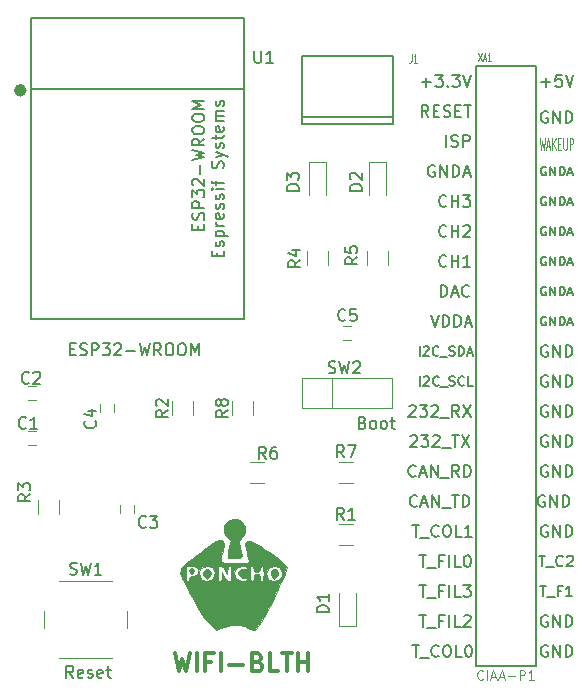
<source format=gbr>
G04 #@! TF.FileFunction,Legend,Top*
%FSLAX46Y46*%
G04 Gerber Fmt 4.6, Leading zero omitted, Abs format (unit mm)*
G04 Created by KiCad (PCBNEW 4.0.6) date 08/10/17 20:33:06*
%MOMM*%
%LPD*%
G01*
G04 APERTURE LIST*
%ADD10C,0.100000*%
%ADD11C,0.150000*%
%ADD12C,0.120000*%
%ADD13C,0.127000*%
%ADD14C,0.500000*%
%ADD15C,0.114300*%
%ADD16C,0.200000*%
%ADD17C,0.180000*%
%ADD18C,0.190000*%
%ADD19C,0.125000*%
%ADD20C,0.300000*%
G04 APERTURE END LIST*
D10*
D11*
X167663953Y-107878571D02*
X167806810Y-107926190D01*
X167854429Y-107973810D01*
X167902048Y-108069048D01*
X167902048Y-108211905D01*
X167854429Y-108307143D01*
X167806810Y-108354762D01*
X167711572Y-108402381D01*
X167330619Y-108402381D01*
X167330619Y-107402381D01*
X167663953Y-107402381D01*
X167759191Y-107450000D01*
X167806810Y-107497619D01*
X167854429Y-107592857D01*
X167854429Y-107688095D01*
X167806810Y-107783333D01*
X167759191Y-107830952D01*
X167663953Y-107878571D01*
X167330619Y-107878571D01*
X168473476Y-108402381D02*
X168378238Y-108354762D01*
X168330619Y-108307143D01*
X168283000Y-108211905D01*
X168283000Y-107926190D01*
X168330619Y-107830952D01*
X168378238Y-107783333D01*
X168473476Y-107735714D01*
X168616334Y-107735714D01*
X168711572Y-107783333D01*
X168759191Y-107830952D01*
X168806810Y-107926190D01*
X168806810Y-108211905D01*
X168759191Y-108307143D01*
X168711572Y-108354762D01*
X168616334Y-108402381D01*
X168473476Y-108402381D01*
X169378238Y-108402381D02*
X169283000Y-108354762D01*
X169235381Y-108307143D01*
X169187762Y-108211905D01*
X169187762Y-107926190D01*
X169235381Y-107830952D01*
X169283000Y-107783333D01*
X169378238Y-107735714D01*
X169521096Y-107735714D01*
X169616334Y-107783333D01*
X169663953Y-107830952D01*
X169711572Y-107926190D01*
X169711572Y-108211905D01*
X169663953Y-108307143D01*
X169616334Y-108354762D01*
X169521096Y-108402381D01*
X169378238Y-108402381D01*
X169997286Y-107735714D02*
X170378238Y-107735714D01*
X170140143Y-107402381D02*
X170140143Y-108259524D01*
X170187762Y-108354762D01*
X170283000Y-108402381D01*
X170378238Y-108402381D01*
X143160905Y-129484381D02*
X142827571Y-129008190D01*
X142589476Y-129484381D02*
X142589476Y-128484381D01*
X142970429Y-128484381D01*
X143065667Y-128532000D01*
X143113286Y-128579619D01*
X143160905Y-128674857D01*
X143160905Y-128817714D01*
X143113286Y-128912952D01*
X143065667Y-128960571D01*
X142970429Y-129008190D01*
X142589476Y-129008190D01*
X143970429Y-129436762D02*
X143875191Y-129484381D01*
X143684714Y-129484381D01*
X143589476Y-129436762D01*
X143541857Y-129341524D01*
X143541857Y-128960571D01*
X143589476Y-128865333D01*
X143684714Y-128817714D01*
X143875191Y-128817714D01*
X143970429Y-128865333D01*
X144018048Y-128960571D01*
X144018048Y-129055810D01*
X143541857Y-129151048D01*
X144399000Y-129436762D02*
X144494238Y-129484381D01*
X144684714Y-129484381D01*
X144779953Y-129436762D01*
X144827572Y-129341524D01*
X144827572Y-129293905D01*
X144779953Y-129198667D01*
X144684714Y-129151048D01*
X144541857Y-129151048D01*
X144446619Y-129103429D01*
X144399000Y-129008190D01*
X144399000Y-128960571D01*
X144446619Y-128865333D01*
X144541857Y-128817714D01*
X144684714Y-128817714D01*
X144779953Y-128865333D01*
X145637096Y-129436762D02*
X145541858Y-129484381D01*
X145351381Y-129484381D01*
X145256143Y-129436762D01*
X145208524Y-129341524D01*
X145208524Y-128960571D01*
X145256143Y-128865333D01*
X145351381Y-128817714D01*
X145541858Y-128817714D01*
X145637096Y-128865333D01*
X145684715Y-128960571D01*
X145684715Y-129055810D01*
X145208524Y-129151048D01*
X145970429Y-128817714D02*
X146351381Y-128817714D01*
X146113286Y-128484381D02*
X146113286Y-129341524D01*
X146160905Y-129436762D01*
X146256143Y-129484381D01*
X146351381Y-129484381D01*
X142883619Y-101655571D02*
X143216953Y-101655571D01*
X143359810Y-102179381D02*
X142883619Y-102179381D01*
X142883619Y-101179381D01*
X143359810Y-101179381D01*
X143740762Y-102131762D02*
X143883619Y-102179381D01*
X144121715Y-102179381D01*
X144216953Y-102131762D01*
X144264572Y-102084143D01*
X144312191Y-101988905D01*
X144312191Y-101893667D01*
X144264572Y-101798429D01*
X144216953Y-101750810D01*
X144121715Y-101703190D01*
X143931238Y-101655571D01*
X143836000Y-101607952D01*
X143788381Y-101560333D01*
X143740762Y-101465095D01*
X143740762Y-101369857D01*
X143788381Y-101274619D01*
X143836000Y-101227000D01*
X143931238Y-101179381D01*
X144169334Y-101179381D01*
X144312191Y-101227000D01*
X144740762Y-102179381D02*
X144740762Y-101179381D01*
X145121715Y-101179381D01*
X145216953Y-101227000D01*
X145264572Y-101274619D01*
X145312191Y-101369857D01*
X145312191Y-101512714D01*
X145264572Y-101607952D01*
X145216953Y-101655571D01*
X145121715Y-101703190D01*
X144740762Y-101703190D01*
X145645524Y-101179381D02*
X146264572Y-101179381D01*
X145931238Y-101560333D01*
X146074096Y-101560333D01*
X146169334Y-101607952D01*
X146216953Y-101655571D01*
X146264572Y-101750810D01*
X146264572Y-101988905D01*
X146216953Y-102084143D01*
X146169334Y-102131762D01*
X146074096Y-102179381D01*
X145788381Y-102179381D01*
X145693143Y-102131762D01*
X145645524Y-102084143D01*
X146645524Y-101274619D02*
X146693143Y-101227000D01*
X146788381Y-101179381D01*
X147026477Y-101179381D01*
X147121715Y-101227000D01*
X147169334Y-101274619D01*
X147216953Y-101369857D01*
X147216953Y-101465095D01*
X147169334Y-101607952D01*
X146597905Y-102179381D01*
X147216953Y-102179381D01*
X147645524Y-101798429D02*
X148407429Y-101798429D01*
X148788381Y-101179381D02*
X149026476Y-102179381D01*
X149216953Y-101465095D01*
X149407429Y-102179381D01*
X149645524Y-101179381D01*
X150597905Y-102179381D02*
X150264571Y-101703190D01*
X150026476Y-102179381D02*
X150026476Y-101179381D01*
X150407429Y-101179381D01*
X150502667Y-101227000D01*
X150550286Y-101274619D01*
X150597905Y-101369857D01*
X150597905Y-101512714D01*
X150550286Y-101607952D01*
X150502667Y-101655571D01*
X150407429Y-101703190D01*
X150026476Y-101703190D01*
X151216952Y-101179381D02*
X151407429Y-101179381D01*
X151502667Y-101227000D01*
X151597905Y-101322238D01*
X151645524Y-101512714D01*
X151645524Y-101846048D01*
X151597905Y-102036524D01*
X151502667Y-102131762D01*
X151407429Y-102179381D01*
X151216952Y-102179381D01*
X151121714Y-102131762D01*
X151026476Y-102036524D01*
X150978857Y-101846048D01*
X150978857Y-101512714D01*
X151026476Y-101322238D01*
X151121714Y-101227000D01*
X151216952Y-101179381D01*
X152264571Y-101179381D02*
X152455048Y-101179381D01*
X152550286Y-101227000D01*
X152645524Y-101322238D01*
X152693143Y-101512714D01*
X152693143Y-101846048D01*
X152645524Y-102036524D01*
X152550286Y-102131762D01*
X152455048Y-102179381D01*
X152264571Y-102179381D01*
X152169333Y-102131762D01*
X152074095Y-102036524D01*
X152026476Y-101846048D01*
X152026476Y-101512714D01*
X152074095Y-101322238D01*
X152169333Y-101227000D01*
X152264571Y-101179381D01*
X153121714Y-102179381D02*
X153121714Y-101179381D01*
X153455048Y-101893667D01*
X153788381Y-101179381D01*
X153788381Y-102179381D01*
D12*
X140050000Y-109820000D02*
X139350000Y-109820000D01*
X139350000Y-108620000D02*
X140050000Y-108620000D01*
X140050000Y-106010000D02*
X139350000Y-106010000D01*
X139350000Y-104810000D02*
X140050000Y-104810000D01*
X148301000Y-114839000D02*
X148301000Y-115539000D01*
X147101000Y-115539000D02*
X147101000Y-114839000D01*
X146650000Y-106330000D02*
X146650000Y-107030000D01*
X145450000Y-107030000D02*
X145450000Y-106330000D01*
X166020000Y-99730000D02*
X166720000Y-99730000D01*
X166720000Y-100930000D02*
X166020000Y-100930000D01*
D13*
X170200000Y-76810000D02*
X170200000Y-82610000D01*
X162540000Y-76810000D02*
X170200000Y-76810000D01*
X162540000Y-82610000D02*
X162540000Y-76810000D01*
X170200000Y-82610000D02*
X162540000Y-82610000D01*
X170200000Y-82010000D02*
X162540000Y-82010000D01*
D12*
X141970000Y-127801000D02*
X146470000Y-127801000D01*
X140720000Y-123801000D02*
X140720000Y-125301000D01*
X146470000Y-121301000D02*
X141970000Y-121301000D01*
X147720000Y-125301000D02*
X147720000Y-123801000D01*
X162560000Y-106680000D02*
X162560000Y-104140000D01*
X162560000Y-104140000D02*
X170180000Y-104140000D01*
X170180000Y-104140000D02*
X170180000Y-106680000D01*
X170180000Y-106680000D02*
X162560000Y-106680000D01*
X165100000Y-104140000D02*
X165100000Y-106680000D01*
D14*
X138967981Y-79756000D02*
G75*
G03X138967981Y-79756000I-283981J0D01*
G01*
D11*
X157590000Y-79610000D02*
X139590000Y-79610000D01*
X139590000Y-73610000D02*
X139590000Y-99110000D01*
X157590000Y-73610000D02*
X157590000Y-99110000D01*
X157590000Y-99110000D02*
X139590000Y-99110000D01*
X157590000Y-73610000D02*
X139590000Y-73610000D01*
X177230000Y-128530000D02*
X177230000Y-77730000D01*
X182310000Y-128530000D02*
X182310000Y-77730000D01*
X182310000Y-128530000D02*
X177230000Y-128530000D01*
X182310000Y-77730000D02*
X177230000Y-77730000D01*
D12*
X166843000Y-118228000D02*
X165643000Y-118228000D01*
X165643000Y-116468000D02*
X166843000Y-116468000D01*
X153280000Y-106080000D02*
X153280000Y-107280000D01*
X151520000Y-107280000D02*
X151520000Y-106080000D01*
X141977000Y-114462000D02*
X141977000Y-115662000D01*
X140217000Y-115662000D02*
X140217000Y-114462000D01*
X164710000Y-93380000D02*
X164710000Y-94580000D01*
X162950000Y-94580000D02*
X162950000Y-93380000D01*
X168030000Y-94580000D02*
X168030000Y-93380000D01*
X169790000Y-93380000D02*
X169790000Y-94580000D01*
X158150000Y-111261000D02*
X159350000Y-111261000D01*
X159350000Y-113021000D02*
X158150000Y-113021000D01*
X165643000Y-111261000D02*
X166843000Y-111261000D01*
X166843000Y-113021000D02*
X165643000Y-113021000D01*
X158360000Y-106080000D02*
X158360000Y-107280000D01*
X156600000Y-107280000D02*
X156600000Y-106080000D01*
X165670000Y-125117000D02*
X167070000Y-125117000D01*
X167070000Y-125117000D02*
X167070000Y-122317000D01*
X165670000Y-125117000D02*
X165670000Y-122317000D01*
X169610000Y-85830000D02*
X168210000Y-85830000D01*
X168210000Y-85830000D02*
X168210000Y-88630000D01*
X169610000Y-85830000D02*
X169610000Y-88630000D01*
X164530000Y-85830000D02*
X163130000Y-85830000D01*
X163130000Y-85830000D02*
X163130000Y-88630000D01*
X164530000Y-85830000D02*
X164530000Y-88630000D01*
D10*
G36*
X161253714Y-120149979D02*
X161216746Y-120356891D01*
X161123012Y-120641800D01*
X160998272Y-120939897D01*
X160868281Y-121186374D01*
X160841376Y-121224413D01*
X160841376Y-120653299D01*
X160776326Y-120340062D01*
X160587112Y-120132622D01*
X160282639Y-120039329D01*
X160181636Y-120034792D01*
X159847516Y-120095777D01*
X159626248Y-120273165D01*
X159526734Y-120558608D01*
X159521896Y-120653299D01*
X159586946Y-120966536D01*
X159776159Y-121173975D01*
X160080633Y-121267269D01*
X160181636Y-121271805D01*
X160515606Y-121213492D01*
X160676441Y-121106870D01*
X160810315Y-120869030D01*
X160841376Y-120653299D01*
X160841376Y-121224413D01*
X160807856Y-121271805D01*
X160731749Y-121398925D01*
X160613220Y-121638365D01*
X160471792Y-121949585D01*
X160390876Y-122137714D01*
X160139635Y-122706272D01*
X159867718Y-123273808D01*
X159587494Y-123818693D01*
X159311334Y-124319296D01*
X159274493Y-124380955D01*
X159274493Y-120653299D01*
X159270598Y-120337064D01*
X159252834Y-120151516D01*
X159212089Y-120062476D01*
X159139247Y-120035762D01*
X159109558Y-120034792D01*
X158988831Y-120073671D01*
X158946325Y-120218331D01*
X158944623Y-120282195D01*
X158924189Y-120457430D01*
X158827798Y-120522018D01*
X158697220Y-120529598D01*
X158521985Y-120509163D01*
X158457397Y-120412773D01*
X158449818Y-120282195D01*
X158423898Y-120101104D01*
X158327459Y-120037345D01*
X158284883Y-120034792D01*
X158200553Y-120049401D01*
X158151074Y-120116012D01*
X158127330Y-120268807D01*
X158120206Y-120541964D01*
X158119948Y-120653299D01*
X158123843Y-120969533D01*
X158141606Y-121155081D01*
X158182351Y-121244122D01*
X158255193Y-121270835D01*
X158284883Y-121271805D01*
X158398559Y-121239518D01*
X158444426Y-121113472D01*
X158449818Y-120983169D01*
X158463609Y-120789245D01*
X158533564Y-120709706D01*
X158697220Y-120694533D01*
X158863441Y-120710623D01*
X158931617Y-120792237D01*
X158944623Y-120983169D01*
X158963073Y-121182103D01*
X159035099Y-121262370D01*
X159109558Y-121271805D01*
X159193887Y-121257197D01*
X159243367Y-121190586D01*
X159267111Y-121037791D01*
X159274234Y-120764634D01*
X159274493Y-120653299D01*
X159274493Y-124380955D01*
X159051610Y-124753986D01*
X158820692Y-125101132D01*
X158630952Y-125339103D01*
X158499691Y-125444512D01*
X158378102Y-125431002D01*
X158156445Y-125357892D01*
X157881465Y-125240746D01*
X157872545Y-125236546D01*
X157872545Y-121138490D01*
X157828706Y-121045405D01*
X157674623Y-121043159D01*
X157656776Y-121046422D01*
X157435011Y-121020945D01*
X157241128Y-120892310D01*
X157135755Y-120705790D01*
X157130337Y-120653299D01*
X157202303Y-120458398D01*
X157376393Y-120304991D01*
X157589896Y-120240309D01*
X157667632Y-120248645D01*
X157823982Y-120261616D01*
X157872279Y-120179533D01*
X157872545Y-120167434D01*
X157832247Y-120081720D01*
X157688303Y-120041936D01*
X157501441Y-120034792D01*
X157147195Y-120089653D01*
X156916088Y-120253882D01*
X156808717Y-120526956D01*
X156800467Y-120653299D01*
X156862642Y-120965869D01*
X157048769Y-121169787D01*
X157358252Y-121264526D01*
X157501441Y-121271805D01*
X157740962Y-121257515D01*
X157852243Y-121206291D01*
X157872545Y-121138490D01*
X157872545Y-125236546D01*
X157866315Y-125233614D01*
X157310041Y-125033938D01*
X156779238Y-124984886D01*
X156553065Y-125026843D01*
X156553065Y-120653299D01*
X156549169Y-120337064D01*
X156531406Y-120151516D01*
X156490661Y-120062476D01*
X156417819Y-120035762D01*
X156388129Y-120034792D01*
X156282651Y-120060769D01*
X156234125Y-120167106D01*
X156222414Y-120385279D01*
X156221634Y-120735766D01*
X156011571Y-120385279D01*
X155843995Y-120151431D01*
X155688269Y-120047267D01*
X155600014Y-120034792D01*
X155497505Y-120043063D01*
X155437414Y-120091024D01*
X155408429Y-120213397D01*
X155399238Y-120444906D01*
X155398519Y-120653299D01*
X155402415Y-120969533D01*
X155420178Y-121155081D01*
X155460923Y-121244122D01*
X155533765Y-121270835D01*
X155563454Y-121271805D01*
X155668932Y-121245829D01*
X155717459Y-121139492D01*
X155729169Y-120921318D01*
X155729950Y-120570831D01*
X155940012Y-120921318D01*
X156107588Y-121155167D01*
X156263315Y-121259330D01*
X156351570Y-121271805D01*
X156454078Y-121263535D01*
X156514169Y-121215574D01*
X156543154Y-121093200D01*
X156552345Y-120861692D01*
X156553065Y-120653299D01*
X156553065Y-125026843D01*
X156235590Y-125085738D01*
X155934558Y-125197415D01*
X155658534Y-125312832D01*
X155432037Y-125403797D01*
X155316052Y-125446513D01*
X155199124Y-125402399D01*
X155151116Y-125361033D01*
X155151116Y-120653299D01*
X155086066Y-120340062D01*
X154896853Y-120132622D01*
X154592380Y-120039329D01*
X154491376Y-120034792D01*
X154157257Y-120095777D01*
X153935988Y-120273165D01*
X153836475Y-120558608D01*
X153831636Y-120653299D01*
X153896686Y-120966536D01*
X154085900Y-121173975D01*
X154390373Y-121267269D01*
X154491376Y-121271805D01*
X154825347Y-121213492D01*
X154986181Y-121106870D01*
X155120055Y-120869030D01*
X155151116Y-120653299D01*
X155151116Y-125361033D01*
X155000824Y-125231536D01*
X154732180Y-124943799D01*
X154656311Y-124855924D01*
X154348139Y-124484270D01*
X154085799Y-124140429D01*
X153847659Y-123790116D01*
X153749168Y-123626614D01*
X153749168Y-120447130D01*
X153710515Y-120231020D01*
X153577854Y-120101720D01*
X153326131Y-120042961D01*
X153114168Y-120034792D01*
X152677090Y-120034792D01*
X152677090Y-120653299D01*
X152680986Y-120969533D01*
X152698749Y-121155081D01*
X152739494Y-121244122D01*
X152812336Y-121270835D01*
X152842026Y-121271805D01*
X152971361Y-121223485D01*
X153006961Y-121065637D01*
X153030327Y-120923227D01*
X153133269Y-120867232D01*
X153279103Y-120859468D01*
X153557350Y-120811793D01*
X153709932Y-120662235D01*
X153749168Y-120447130D01*
X153749168Y-123626614D01*
X153612084Y-123399046D01*
X153357442Y-122932935D01*
X153062100Y-122357499D01*
X152993195Y-122220182D01*
X152790554Y-121817996D01*
X152610532Y-121465910D01*
X152467373Y-121191385D01*
X152375322Y-121021880D01*
X152351488Y-120983169D01*
X152238287Y-120715262D01*
X152247598Y-120408701D01*
X152325920Y-120214928D01*
X152506246Y-119982761D01*
X152747229Y-119749825D01*
X152988117Y-119571418D01*
X153089428Y-119519986D01*
X153202414Y-119448742D01*
X153407280Y-119295489D01*
X153670796Y-119085692D01*
X153856847Y-118931858D01*
X154239606Y-118625273D01*
X154624040Y-118342849D01*
X154982115Y-118102844D01*
X155285798Y-117923518D01*
X155507055Y-117823129D01*
X155582077Y-117808169D01*
X155725245Y-117865013D01*
X155849204Y-117969915D01*
X155919177Y-118058911D01*
X155949535Y-118155628D01*
X155938852Y-118300694D01*
X155885698Y-118534739D01*
X155820752Y-118779589D01*
X155715923Y-119162459D01*
X155654300Y-119434087D01*
X155655106Y-119613449D01*
X155737564Y-119719520D01*
X155920895Y-119771274D01*
X156224322Y-119787686D01*
X156667068Y-119787733D01*
X156841701Y-119787390D01*
X157334616Y-119783848D01*
X157681601Y-119772121D01*
X157901529Y-119750554D01*
X158013275Y-119717495D01*
X158037480Y-119682648D01*
X158016521Y-119556660D01*
X157961133Y-119319674D01*
X157882548Y-119019181D01*
X157868407Y-118967787D01*
X157761088Y-118521153D01*
X157726894Y-118207369D01*
X157766676Y-118011028D01*
X157881285Y-117916721D01*
X157926992Y-117906488D01*
X158138553Y-117937090D01*
X158457874Y-118065811D01*
X158867801Y-118283071D01*
X159351175Y-118579287D01*
X159890841Y-118944878D01*
X160243487Y-119200187D01*
X160647546Y-119504697D01*
X160932754Y-119733510D01*
X161116878Y-119903333D01*
X161217689Y-120030872D01*
X161252955Y-120132833D01*
X161253714Y-120149979D01*
X161253714Y-120149979D01*
X161253714Y-120149979D01*
G37*
X161253714Y-120149979D02*
X161216746Y-120356891D01*
X161123012Y-120641800D01*
X160998272Y-120939897D01*
X160868281Y-121186374D01*
X160841376Y-121224413D01*
X160841376Y-120653299D01*
X160776326Y-120340062D01*
X160587112Y-120132622D01*
X160282639Y-120039329D01*
X160181636Y-120034792D01*
X159847516Y-120095777D01*
X159626248Y-120273165D01*
X159526734Y-120558608D01*
X159521896Y-120653299D01*
X159586946Y-120966536D01*
X159776159Y-121173975D01*
X160080633Y-121267269D01*
X160181636Y-121271805D01*
X160515606Y-121213492D01*
X160676441Y-121106870D01*
X160810315Y-120869030D01*
X160841376Y-120653299D01*
X160841376Y-121224413D01*
X160807856Y-121271805D01*
X160731749Y-121398925D01*
X160613220Y-121638365D01*
X160471792Y-121949585D01*
X160390876Y-122137714D01*
X160139635Y-122706272D01*
X159867718Y-123273808D01*
X159587494Y-123818693D01*
X159311334Y-124319296D01*
X159274493Y-124380955D01*
X159274493Y-120653299D01*
X159270598Y-120337064D01*
X159252834Y-120151516D01*
X159212089Y-120062476D01*
X159139247Y-120035762D01*
X159109558Y-120034792D01*
X158988831Y-120073671D01*
X158946325Y-120218331D01*
X158944623Y-120282195D01*
X158924189Y-120457430D01*
X158827798Y-120522018D01*
X158697220Y-120529598D01*
X158521985Y-120509163D01*
X158457397Y-120412773D01*
X158449818Y-120282195D01*
X158423898Y-120101104D01*
X158327459Y-120037345D01*
X158284883Y-120034792D01*
X158200553Y-120049401D01*
X158151074Y-120116012D01*
X158127330Y-120268807D01*
X158120206Y-120541964D01*
X158119948Y-120653299D01*
X158123843Y-120969533D01*
X158141606Y-121155081D01*
X158182351Y-121244122D01*
X158255193Y-121270835D01*
X158284883Y-121271805D01*
X158398559Y-121239518D01*
X158444426Y-121113472D01*
X158449818Y-120983169D01*
X158463609Y-120789245D01*
X158533564Y-120709706D01*
X158697220Y-120694533D01*
X158863441Y-120710623D01*
X158931617Y-120792237D01*
X158944623Y-120983169D01*
X158963073Y-121182103D01*
X159035099Y-121262370D01*
X159109558Y-121271805D01*
X159193887Y-121257197D01*
X159243367Y-121190586D01*
X159267111Y-121037791D01*
X159274234Y-120764634D01*
X159274493Y-120653299D01*
X159274493Y-124380955D01*
X159051610Y-124753986D01*
X158820692Y-125101132D01*
X158630952Y-125339103D01*
X158499691Y-125444512D01*
X158378102Y-125431002D01*
X158156445Y-125357892D01*
X157881465Y-125240746D01*
X157872545Y-125236546D01*
X157872545Y-121138490D01*
X157828706Y-121045405D01*
X157674623Y-121043159D01*
X157656776Y-121046422D01*
X157435011Y-121020945D01*
X157241128Y-120892310D01*
X157135755Y-120705790D01*
X157130337Y-120653299D01*
X157202303Y-120458398D01*
X157376393Y-120304991D01*
X157589896Y-120240309D01*
X157667632Y-120248645D01*
X157823982Y-120261616D01*
X157872279Y-120179533D01*
X157872545Y-120167434D01*
X157832247Y-120081720D01*
X157688303Y-120041936D01*
X157501441Y-120034792D01*
X157147195Y-120089653D01*
X156916088Y-120253882D01*
X156808717Y-120526956D01*
X156800467Y-120653299D01*
X156862642Y-120965869D01*
X157048769Y-121169787D01*
X157358252Y-121264526D01*
X157501441Y-121271805D01*
X157740962Y-121257515D01*
X157852243Y-121206291D01*
X157872545Y-121138490D01*
X157872545Y-125236546D01*
X157866315Y-125233614D01*
X157310041Y-125033938D01*
X156779238Y-124984886D01*
X156553065Y-125026843D01*
X156553065Y-120653299D01*
X156549169Y-120337064D01*
X156531406Y-120151516D01*
X156490661Y-120062476D01*
X156417819Y-120035762D01*
X156388129Y-120034792D01*
X156282651Y-120060769D01*
X156234125Y-120167106D01*
X156222414Y-120385279D01*
X156221634Y-120735766D01*
X156011571Y-120385279D01*
X155843995Y-120151431D01*
X155688269Y-120047267D01*
X155600014Y-120034792D01*
X155497505Y-120043063D01*
X155437414Y-120091024D01*
X155408429Y-120213397D01*
X155399238Y-120444906D01*
X155398519Y-120653299D01*
X155402415Y-120969533D01*
X155420178Y-121155081D01*
X155460923Y-121244122D01*
X155533765Y-121270835D01*
X155563454Y-121271805D01*
X155668932Y-121245829D01*
X155717459Y-121139492D01*
X155729169Y-120921318D01*
X155729950Y-120570831D01*
X155940012Y-120921318D01*
X156107588Y-121155167D01*
X156263315Y-121259330D01*
X156351570Y-121271805D01*
X156454078Y-121263535D01*
X156514169Y-121215574D01*
X156543154Y-121093200D01*
X156552345Y-120861692D01*
X156553065Y-120653299D01*
X156553065Y-125026843D01*
X156235590Y-125085738D01*
X155934558Y-125197415D01*
X155658534Y-125312832D01*
X155432037Y-125403797D01*
X155316052Y-125446513D01*
X155199124Y-125402399D01*
X155151116Y-125361033D01*
X155151116Y-120653299D01*
X155086066Y-120340062D01*
X154896853Y-120132622D01*
X154592380Y-120039329D01*
X154491376Y-120034792D01*
X154157257Y-120095777D01*
X153935988Y-120273165D01*
X153836475Y-120558608D01*
X153831636Y-120653299D01*
X153896686Y-120966536D01*
X154085900Y-121173975D01*
X154390373Y-121267269D01*
X154491376Y-121271805D01*
X154825347Y-121213492D01*
X154986181Y-121106870D01*
X155120055Y-120869030D01*
X155151116Y-120653299D01*
X155151116Y-125361033D01*
X155000824Y-125231536D01*
X154732180Y-124943799D01*
X154656311Y-124855924D01*
X154348139Y-124484270D01*
X154085799Y-124140429D01*
X153847659Y-123790116D01*
X153749168Y-123626614D01*
X153749168Y-120447130D01*
X153710515Y-120231020D01*
X153577854Y-120101720D01*
X153326131Y-120042961D01*
X153114168Y-120034792D01*
X152677090Y-120034792D01*
X152677090Y-120653299D01*
X152680986Y-120969533D01*
X152698749Y-121155081D01*
X152739494Y-121244122D01*
X152812336Y-121270835D01*
X152842026Y-121271805D01*
X152971361Y-121223485D01*
X153006961Y-121065637D01*
X153030327Y-120923227D01*
X153133269Y-120867232D01*
X153279103Y-120859468D01*
X153557350Y-120811793D01*
X153709932Y-120662235D01*
X153749168Y-120447130D01*
X153749168Y-123626614D01*
X153612084Y-123399046D01*
X153357442Y-122932935D01*
X153062100Y-122357499D01*
X152993195Y-122220182D01*
X152790554Y-121817996D01*
X152610532Y-121465910D01*
X152467373Y-121191385D01*
X152375322Y-121021880D01*
X152351488Y-120983169D01*
X152238287Y-120715262D01*
X152247598Y-120408701D01*
X152325920Y-120214928D01*
X152506246Y-119982761D01*
X152747229Y-119749825D01*
X152988117Y-119571418D01*
X153089428Y-119519986D01*
X153202414Y-119448742D01*
X153407280Y-119295489D01*
X153670796Y-119085692D01*
X153856847Y-118931858D01*
X154239606Y-118625273D01*
X154624040Y-118342849D01*
X154982115Y-118102844D01*
X155285798Y-117923518D01*
X155507055Y-117823129D01*
X155582077Y-117808169D01*
X155725245Y-117865013D01*
X155849204Y-117969915D01*
X155919177Y-118058911D01*
X155949535Y-118155628D01*
X155938852Y-118300694D01*
X155885698Y-118534739D01*
X155820752Y-118779589D01*
X155715923Y-119162459D01*
X155654300Y-119434087D01*
X155655106Y-119613449D01*
X155737564Y-119719520D01*
X155920895Y-119771274D01*
X156224322Y-119787686D01*
X156667068Y-119787733D01*
X156841701Y-119787390D01*
X157334616Y-119783848D01*
X157681601Y-119772121D01*
X157901529Y-119750554D01*
X158013275Y-119717495D01*
X158037480Y-119682648D01*
X158016521Y-119556660D01*
X157961133Y-119319674D01*
X157882548Y-119019181D01*
X157868407Y-118967787D01*
X157761088Y-118521153D01*
X157726894Y-118207369D01*
X157766676Y-118011028D01*
X157881285Y-117916721D01*
X157926992Y-117906488D01*
X158138553Y-117937090D01*
X158457874Y-118065811D01*
X158867801Y-118283071D01*
X159351175Y-118579287D01*
X159890841Y-118944878D01*
X160243487Y-119200187D01*
X160647546Y-119504697D01*
X160932754Y-119733510D01*
X161116878Y-119903333D01*
X161217689Y-120030872D01*
X161252955Y-120132833D01*
X161253714Y-120149979D01*
X161253714Y-120149979D01*
G36*
X157741542Y-117040681D02*
X157613402Y-117387555D01*
X157397417Y-117664770D01*
X157281302Y-117794644D01*
X157226034Y-117907302D01*
X157224066Y-118056019D01*
X157267854Y-118294070D01*
X157292294Y-118406978D01*
X157376312Y-118803812D01*
X157414110Y-119067578D01*
X157393383Y-119226618D01*
X157301822Y-119309277D01*
X157127122Y-119343896D01*
X156879440Y-119357813D01*
X156594450Y-119361805D01*
X156378118Y-119348737D01*
X156281550Y-119323451D01*
X156227692Y-119158732D01*
X156251559Y-118853316D01*
X156352776Y-118411778D01*
X156357985Y-118392942D01*
X156492775Y-117908128D01*
X156229192Y-117672596D01*
X156003647Y-117374415D01*
X155909576Y-117030176D01*
X155942480Y-116680477D01*
X156097862Y-116365915D01*
X156371223Y-116127085D01*
X156402290Y-116110262D01*
X156751719Y-116013095D01*
X157098075Y-116061270D01*
X157405140Y-116238559D01*
X157636691Y-116528735D01*
X157707692Y-116695105D01*
X157741542Y-117040681D01*
X157741542Y-117040681D01*
X157741542Y-117040681D01*
G37*
X157741542Y-117040681D02*
X157613402Y-117387555D01*
X157397417Y-117664770D01*
X157281302Y-117794644D01*
X157226034Y-117907302D01*
X157224066Y-118056019D01*
X157267854Y-118294070D01*
X157292294Y-118406978D01*
X157376312Y-118803812D01*
X157414110Y-119067578D01*
X157393383Y-119226618D01*
X157301822Y-119309277D01*
X157127122Y-119343896D01*
X156879440Y-119357813D01*
X156594450Y-119361805D01*
X156378118Y-119348737D01*
X156281550Y-119323451D01*
X156227692Y-119158732D01*
X156251559Y-118853316D01*
X156352776Y-118411778D01*
X156357985Y-118392942D01*
X156492775Y-117908128D01*
X156229192Y-117672596D01*
X156003647Y-117374415D01*
X155909576Y-117030176D01*
X155942480Y-116680477D01*
X156097862Y-116365915D01*
X156371223Y-116127085D01*
X156402290Y-116110262D01*
X156751719Y-116013095D01*
X157098075Y-116061270D01*
X157405140Y-116238559D01*
X157636691Y-116528735D01*
X157707692Y-116695105D01*
X157741542Y-117040681D01*
X157741542Y-117040681D01*
G36*
X153397921Y-120455422D02*
X153336831Y-120570831D01*
X153180394Y-120689559D01*
X153061056Y-120654350D01*
X153007586Y-120475993D01*
X153006961Y-120447130D01*
X153051119Y-120253179D01*
X153164417Y-120201150D01*
X153318085Y-120301830D01*
X153336831Y-120323429D01*
X153397921Y-120455422D01*
X153397921Y-120455422D01*
X153397921Y-120455422D01*
G37*
X153397921Y-120455422D02*
X153336831Y-120570831D01*
X153180394Y-120689559D01*
X153061056Y-120654350D01*
X153007586Y-120475993D01*
X153006961Y-120447130D01*
X153051119Y-120253179D01*
X153164417Y-120201150D01*
X153318085Y-120301830D01*
X153336831Y-120323429D01*
X153397921Y-120455422D01*
X153397921Y-120455422D01*
G36*
X154806176Y-120630300D02*
X154782806Y-120770268D01*
X154711355Y-120891199D01*
X154589495Y-121042484D01*
X154492528Y-121106848D01*
X154491376Y-121106870D01*
X154395357Y-121044542D01*
X154273448Y-120894317D01*
X154271397Y-120891199D01*
X154180594Y-120720160D01*
X154191440Y-120579983D01*
X154252042Y-120458244D01*
X154374518Y-120303105D01*
X154491376Y-120240961D01*
X154611963Y-120306490D01*
X154730711Y-120458244D01*
X154806176Y-120630300D01*
X154806176Y-120630300D01*
X154806176Y-120630300D01*
G37*
X154806176Y-120630300D02*
X154782806Y-120770268D01*
X154711355Y-120891199D01*
X154589495Y-121042484D01*
X154492528Y-121106848D01*
X154491376Y-121106870D01*
X154395357Y-121044542D01*
X154273448Y-120894317D01*
X154271397Y-120891199D01*
X154180594Y-120720160D01*
X154191440Y-120579983D01*
X154252042Y-120458244D01*
X154374518Y-120303105D01*
X154491376Y-120240961D01*
X154611963Y-120306490D01*
X154730711Y-120458244D01*
X154806176Y-120630300D01*
X154806176Y-120630300D01*
G36*
X160496435Y-120630300D02*
X160473065Y-120770268D01*
X160401615Y-120891199D01*
X160279755Y-121042484D01*
X160182788Y-121106848D01*
X160181636Y-121106870D01*
X160085616Y-121044542D01*
X159963708Y-120894317D01*
X159961657Y-120891199D01*
X159870854Y-120720160D01*
X159881699Y-120579983D01*
X159942301Y-120458244D01*
X160064778Y-120303105D01*
X160181636Y-120240961D01*
X160302223Y-120306490D01*
X160420971Y-120458244D01*
X160496435Y-120630300D01*
X160496435Y-120630300D01*
X160496435Y-120630300D01*
G37*
X160496435Y-120630300D02*
X160473065Y-120770268D01*
X160401615Y-120891199D01*
X160279755Y-121042484D01*
X160182788Y-121106848D01*
X160181636Y-121106870D01*
X160085616Y-121044542D01*
X159963708Y-120894317D01*
X159961657Y-120891199D01*
X159870854Y-120720160D01*
X159881699Y-120579983D01*
X159942301Y-120458244D01*
X160064778Y-120303105D01*
X160181636Y-120240961D01*
X160302223Y-120306490D01*
X160420971Y-120458244D01*
X160496435Y-120630300D01*
X160496435Y-120630300D01*
D11*
X139152334Y-108307143D02*
X139104715Y-108354762D01*
X138961858Y-108402381D01*
X138866620Y-108402381D01*
X138723762Y-108354762D01*
X138628524Y-108259524D01*
X138580905Y-108164286D01*
X138533286Y-107973810D01*
X138533286Y-107830952D01*
X138580905Y-107640476D01*
X138628524Y-107545238D01*
X138723762Y-107450000D01*
X138866620Y-107402381D01*
X138961858Y-107402381D01*
X139104715Y-107450000D01*
X139152334Y-107497619D01*
X140104715Y-108402381D02*
X139533286Y-108402381D01*
X139819000Y-108402381D02*
X139819000Y-107402381D01*
X139723762Y-107545238D01*
X139628524Y-107640476D01*
X139533286Y-107688095D01*
X139406334Y-104497143D02*
X139358715Y-104544762D01*
X139215858Y-104592381D01*
X139120620Y-104592381D01*
X138977762Y-104544762D01*
X138882524Y-104449524D01*
X138834905Y-104354286D01*
X138787286Y-104163810D01*
X138787286Y-104020952D01*
X138834905Y-103830476D01*
X138882524Y-103735238D01*
X138977762Y-103640000D01*
X139120620Y-103592381D01*
X139215858Y-103592381D01*
X139358715Y-103640000D01*
X139406334Y-103687619D01*
X139787286Y-103687619D02*
X139834905Y-103640000D01*
X139930143Y-103592381D01*
X140168239Y-103592381D01*
X140263477Y-103640000D01*
X140311096Y-103687619D01*
X140358715Y-103782857D01*
X140358715Y-103878095D01*
X140311096Y-104020952D01*
X139739667Y-104592381D01*
X140358715Y-104592381D01*
X149312334Y-116689143D02*
X149264715Y-116736762D01*
X149121858Y-116784381D01*
X149026620Y-116784381D01*
X148883762Y-116736762D01*
X148788524Y-116641524D01*
X148740905Y-116546286D01*
X148693286Y-116355810D01*
X148693286Y-116212952D01*
X148740905Y-116022476D01*
X148788524Y-115927238D01*
X148883762Y-115832000D01*
X149026620Y-115784381D01*
X149121858Y-115784381D01*
X149264715Y-115832000D01*
X149312334Y-115879619D01*
X149645667Y-115784381D02*
X150264715Y-115784381D01*
X149931381Y-116165333D01*
X150074239Y-116165333D01*
X150169477Y-116212952D01*
X150217096Y-116260571D01*
X150264715Y-116355810D01*
X150264715Y-116593905D01*
X150217096Y-116689143D01*
X150169477Y-116736762D01*
X150074239Y-116784381D01*
X149788524Y-116784381D01*
X149693286Y-116736762D01*
X149645667Y-116689143D01*
X145010143Y-107735666D02*
X145057762Y-107783285D01*
X145105381Y-107926142D01*
X145105381Y-108021380D01*
X145057762Y-108164238D01*
X144962524Y-108259476D01*
X144867286Y-108307095D01*
X144676810Y-108354714D01*
X144533952Y-108354714D01*
X144343476Y-108307095D01*
X144248238Y-108259476D01*
X144153000Y-108164238D01*
X144105381Y-108021380D01*
X144105381Y-107926142D01*
X144153000Y-107783285D01*
X144200619Y-107735666D01*
X144438714Y-106878523D02*
X145105381Y-106878523D01*
X144057762Y-107116619D02*
X144772048Y-107354714D01*
X144772048Y-106735666D01*
X166203334Y-99187143D02*
X166155715Y-99234762D01*
X166012858Y-99282381D01*
X165917620Y-99282381D01*
X165774762Y-99234762D01*
X165679524Y-99139524D01*
X165631905Y-99044286D01*
X165584286Y-98853810D01*
X165584286Y-98710952D01*
X165631905Y-98520476D01*
X165679524Y-98425238D01*
X165774762Y-98330000D01*
X165917620Y-98282381D01*
X166012858Y-98282381D01*
X166155715Y-98330000D01*
X166203334Y-98377619D01*
X167108096Y-98282381D02*
X166631905Y-98282381D01*
X166584286Y-98758571D01*
X166631905Y-98710952D01*
X166727143Y-98663333D01*
X166965239Y-98663333D01*
X167060477Y-98710952D01*
X167108096Y-98758571D01*
X167155715Y-98853810D01*
X167155715Y-99091905D01*
X167108096Y-99187143D01*
X167060477Y-99234762D01*
X166965239Y-99282381D01*
X166727143Y-99282381D01*
X166631905Y-99234762D01*
X166584286Y-99187143D01*
D15*
X171805600Y-76671714D02*
X171805600Y-77216000D01*
X171783828Y-77324857D01*
X171740285Y-77397429D01*
X171674971Y-77433714D01*
X171631428Y-77433714D01*
X172262800Y-77433714D02*
X172001543Y-77433714D01*
X172132171Y-77433714D02*
X172132171Y-76671714D01*
X172088628Y-76780571D01*
X172045086Y-76853143D01*
X172001543Y-76889429D01*
D13*
D11*
X142886667Y-120705762D02*
X143029524Y-120753381D01*
X143267620Y-120753381D01*
X143362858Y-120705762D01*
X143410477Y-120658143D01*
X143458096Y-120562905D01*
X143458096Y-120467667D01*
X143410477Y-120372429D01*
X143362858Y-120324810D01*
X143267620Y-120277190D01*
X143077143Y-120229571D01*
X142981905Y-120181952D01*
X142934286Y-120134333D01*
X142886667Y-120039095D01*
X142886667Y-119943857D01*
X142934286Y-119848619D01*
X142981905Y-119801000D01*
X143077143Y-119753381D01*
X143315239Y-119753381D01*
X143458096Y-119801000D01*
X143791429Y-119753381D02*
X144029524Y-120753381D01*
X144220001Y-120039095D01*
X144410477Y-120753381D01*
X144648572Y-119753381D01*
X145553334Y-120753381D02*
X144981905Y-120753381D01*
X145267619Y-120753381D02*
X145267619Y-119753381D01*
X145172381Y-119896238D01*
X145077143Y-119991476D01*
X144981905Y-120039095D01*
X164782667Y-103655762D02*
X164925524Y-103703381D01*
X165163620Y-103703381D01*
X165258858Y-103655762D01*
X165306477Y-103608143D01*
X165354096Y-103512905D01*
X165354096Y-103417667D01*
X165306477Y-103322429D01*
X165258858Y-103274810D01*
X165163620Y-103227190D01*
X164973143Y-103179571D01*
X164877905Y-103131952D01*
X164830286Y-103084333D01*
X164782667Y-102989095D01*
X164782667Y-102893857D01*
X164830286Y-102798619D01*
X164877905Y-102751000D01*
X164973143Y-102703381D01*
X165211239Y-102703381D01*
X165354096Y-102751000D01*
X165687429Y-102703381D02*
X165925524Y-103703381D01*
X166116001Y-102989095D01*
X166306477Y-103703381D01*
X166544572Y-102703381D01*
X166877905Y-102798619D02*
X166925524Y-102751000D01*
X167020762Y-102703381D01*
X167258858Y-102703381D01*
X167354096Y-102751000D01*
X167401715Y-102798619D01*
X167449334Y-102893857D01*
X167449334Y-102989095D01*
X167401715Y-103131952D01*
X166830286Y-103703381D01*
X167449334Y-103703381D01*
X158496095Y-76414381D02*
X158496095Y-77223905D01*
X158543714Y-77319143D01*
X158591333Y-77366762D01*
X158686571Y-77414381D01*
X158877048Y-77414381D01*
X158972286Y-77366762D01*
X159019905Y-77319143D01*
X159067524Y-77223905D01*
X159067524Y-76414381D01*
X160067524Y-77414381D02*
X159496095Y-77414381D01*
X159781809Y-77414381D02*
X159781809Y-76414381D01*
X159686571Y-76557238D01*
X159591333Y-76652476D01*
X159496095Y-76700095D01*
X155376571Y-93820430D02*
X155376571Y-93487096D01*
X155900381Y-93344239D02*
X155900381Y-93820430D01*
X154900381Y-93820430D01*
X154900381Y-93344239D01*
X155852762Y-92963287D02*
X155900381Y-92868049D01*
X155900381Y-92677573D01*
X155852762Y-92582334D01*
X155757524Y-92534715D01*
X155709905Y-92534715D01*
X155614667Y-92582334D01*
X155567048Y-92677573D01*
X155567048Y-92820430D01*
X155519429Y-92915668D01*
X155424190Y-92963287D01*
X155376571Y-92963287D01*
X155281333Y-92915668D01*
X155233714Y-92820430D01*
X155233714Y-92677573D01*
X155281333Y-92582334D01*
X155233714Y-92106144D02*
X156233714Y-92106144D01*
X155281333Y-92106144D02*
X155233714Y-92010906D01*
X155233714Y-91820429D01*
X155281333Y-91725191D01*
X155328952Y-91677572D01*
X155424190Y-91629953D01*
X155709905Y-91629953D01*
X155805143Y-91677572D01*
X155852762Y-91725191D01*
X155900381Y-91820429D01*
X155900381Y-92010906D01*
X155852762Y-92106144D01*
X155900381Y-91201382D02*
X155233714Y-91201382D01*
X155424190Y-91201382D02*
X155328952Y-91153763D01*
X155281333Y-91106144D01*
X155233714Y-91010906D01*
X155233714Y-90915667D01*
X155852762Y-90201381D02*
X155900381Y-90296619D01*
X155900381Y-90487096D01*
X155852762Y-90582334D01*
X155757524Y-90629953D01*
X155376571Y-90629953D01*
X155281333Y-90582334D01*
X155233714Y-90487096D01*
X155233714Y-90296619D01*
X155281333Y-90201381D01*
X155376571Y-90153762D01*
X155471810Y-90153762D01*
X155567048Y-90629953D01*
X155852762Y-89772810D02*
X155900381Y-89677572D01*
X155900381Y-89487096D01*
X155852762Y-89391857D01*
X155757524Y-89344238D01*
X155709905Y-89344238D01*
X155614667Y-89391857D01*
X155567048Y-89487096D01*
X155567048Y-89629953D01*
X155519429Y-89725191D01*
X155424190Y-89772810D01*
X155376571Y-89772810D01*
X155281333Y-89725191D01*
X155233714Y-89629953D01*
X155233714Y-89487096D01*
X155281333Y-89391857D01*
X155852762Y-88963286D02*
X155900381Y-88868048D01*
X155900381Y-88677572D01*
X155852762Y-88582333D01*
X155757524Y-88534714D01*
X155709905Y-88534714D01*
X155614667Y-88582333D01*
X155567048Y-88677572D01*
X155567048Y-88820429D01*
X155519429Y-88915667D01*
X155424190Y-88963286D01*
X155376571Y-88963286D01*
X155281333Y-88915667D01*
X155233714Y-88820429D01*
X155233714Y-88677572D01*
X155281333Y-88582333D01*
X155900381Y-88106143D02*
X155233714Y-88106143D01*
X154900381Y-88106143D02*
X154948000Y-88153762D01*
X154995619Y-88106143D01*
X154948000Y-88058524D01*
X154900381Y-88106143D01*
X154995619Y-88106143D01*
X155233714Y-87772810D02*
X155233714Y-87391858D01*
X155900381Y-87629953D02*
X155043238Y-87629953D01*
X154948000Y-87582334D01*
X154900381Y-87487096D01*
X154900381Y-87391858D01*
X155852762Y-86344238D02*
X155900381Y-86201381D01*
X155900381Y-85963285D01*
X155852762Y-85868047D01*
X155805143Y-85820428D01*
X155709905Y-85772809D01*
X155614667Y-85772809D01*
X155519429Y-85820428D01*
X155471810Y-85868047D01*
X155424190Y-85963285D01*
X155376571Y-86153762D01*
X155328952Y-86249000D01*
X155281333Y-86296619D01*
X155186095Y-86344238D01*
X155090857Y-86344238D01*
X154995619Y-86296619D01*
X154948000Y-86249000D01*
X154900381Y-86153762D01*
X154900381Y-85915666D01*
X154948000Y-85772809D01*
X155233714Y-85439476D02*
X155900381Y-85201381D01*
X155233714Y-84963285D02*
X155900381Y-85201381D01*
X156138476Y-85296619D01*
X156186095Y-85344238D01*
X156233714Y-85439476D01*
X155852762Y-84629952D02*
X155900381Y-84534714D01*
X155900381Y-84344238D01*
X155852762Y-84248999D01*
X155757524Y-84201380D01*
X155709905Y-84201380D01*
X155614667Y-84248999D01*
X155567048Y-84344238D01*
X155567048Y-84487095D01*
X155519429Y-84582333D01*
X155424190Y-84629952D01*
X155376571Y-84629952D01*
X155281333Y-84582333D01*
X155233714Y-84487095D01*
X155233714Y-84344238D01*
X155281333Y-84248999D01*
X155233714Y-83915666D02*
X155233714Y-83534714D01*
X154900381Y-83772809D02*
X155757524Y-83772809D01*
X155852762Y-83725190D01*
X155900381Y-83629952D01*
X155900381Y-83534714D01*
X155852762Y-82820427D02*
X155900381Y-82915665D01*
X155900381Y-83106142D01*
X155852762Y-83201380D01*
X155757524Y-83248999D01*
X155376571Y-83248999D01*
X155281333Y-83201380D01*
X155233714Y-83106142D01*
X155233714Y-82915665D01*
X155281333Y-82820427D01*
X155376571Y-82772808D01*
X155471810Y-82772808D01*
X155567048Y-83248999D01*
X155900381Y-82344237D02*
X155233714Y-82344237D01*
X155328952Y-82344237D02*
X155281333Y-82296618D01*
X155233714Y-82201380D01*
X155233714Y-82058522D01*
X155281333Y-81963284D01*
X155376571Y-81915665D01*
X155900381Y-81915665D01*
X155376571Y-81915665D02*
X155281333Y-81868046D01*
X155233714Y-81772808D01*
X155233714Y-81629951D01*
X155281333Y-81534713D01*
X155376571Y-81487094D01*
X155900381Y-81487094D01*
X155852762Y-81058523D02*
X155900381Y-80963285D01*
X155900381Y-80772809D01*
X155852762Y-80677570D01*
X155757524Y-80629951D01*
X155709905Y-80629951D01*
X155614667Y-80677570D01*
X155567048Y-80772809D01*
X155567048Y-80915666D01*
X155519429Y-81010904D01*
X155424190Y-81058523D01*
X155376571Y-81058523D01*
X155281333Y-81010904D01*
X155233714Y-80915666D01*
X155233714Y-80772809D01*
X155281333Y-80677570D01*
X153725571Y-91558381D02*
X153725571Y-91225047D01*
X154249381Y-91082190D02*
X154249381Y-91558381D01*
X153249381Y-91558381D01*
X153249381Y-91082190D01*
X154201762Y-90701238D02*
X154249381Y-90558381D01*
X154249381Y-90320285D01*
X154201762Y-90225047D01*
X154154143Y-90177428D01*
X154058905Y-90129809D01*
X153963667Y-90129809D01*
X153868429Y-90177428D01*
X153820810Y-90225047D01*
X153773190Y-90320285D01*
X153725571Y-90510762D01*
X153677952Y-90606000D01*
X153630333Y-90653619D01*
X153535095Y-90701238D01*
X153439857Y-90701238D01*
X153344619Y-90653619D01*
X153297000Y-90606000D01*
X153249381Y-90510762D01*
X153249381Y-90272666D01*
X153297000Y-90129809D01*
X154249381Y-89701238D02*
X153249381Y-89701238D01*
X153249381Y-89320285D01*
X153297000Y-89225047D01*
X153344619Y-89177428D01*
X153439857Y-89129809D01*
X153582714Y-89129809D01*
X153677952Y-89177428D01*
X153725571Y-89225047D01*
X153773190Y-89320285D01*
X153773190Y-89701238D01*
X153249381Y-88796476D02*
X153249381Y-88177428D01*
X153630333Y-88510762D01*
X153630333Y-88367904D01*
X153677952Y-88272666D01*
X153725571Y-88225047D01*
X153820810Y-88177428D01*
X154058905Y-88177428D01*
X154154143Y-88225047D01*
X154201762Y-88272666D01*
X154249381Y-88367904D01*
X154249381Y-88653619D01*
X154201762Y-88748857D01*
X154154143Y-88796476D01*
X153344619Y-87796476D02*
X153297000Y-87748857D01*
X153249381Y-87653619D01*
X153249381Y-87415523D01*
X153297000Y-87320285D01*
X153344619Y-87272666D01*
X153439857Y-87225047D01*
X153535095Y-87225047D01*
X153677952Y-87272666D01*
X154249381Y-87844095D01*
X154249381Y-87225047D01*
X153868429Y-86796476D02*
X153868429Y-86034571D01*
X153249381Y-85653619D02*
X154249381Y-85415524D01*
X153535095Y-85225047D01*
X154249381Y-85034571D01*
X153249381Y-84796476D01*
X154249381Y-83844095D02*
X153773190Y-84177429D01*
X154249381Y-84415524D02*
X153249381Y-84415524D01*
X153249381Y-84034571D01*
X153297000Y-83939333D01*
X153344619Y-83891714D01*
X153439857Y-83844095D01*
X153582714Y-83844095D01*
X153677952Y-83891714D01*
X153725571Y-83939333D01*
X153773190Y-84034571D01*
X153773190Y-84415524D01*
X153249381Y-83225048D02*
X153249381Y-83034571D01*
X153297000Y-82939333D01*
X153392238Y-82844095D01*
X153582714Y-82796476D01*
X153916048Y-82796476D01*
X154106524Y-82844095D01*
X154201762Y-82939333D01*
X154249381Y-83034571D01*
X154249381Y-83225048D01*
X154201762Y-83320286D01*
X154106524Y-83415524D01*
X153916048Y-83463143D01*
X153582714Y-83463143D01*
X153392238Y-83415524D01*
X153297000Y-83320286D01*
X153249381Y-83225048D01*
X153249381Y-82177429D02*
X153249381Y-81986952D01*
X153297000Y-81891714D01*
X153392238Y-81796476D01*
X153582714Y-81748857D01*
X153916048Y-81748857D01*
X154106524Y-81796476D01*
X154201762Y-81891714D01*
X154249381Y-81986952D01*
X154249381Y-82177429D01*
X154201762Y-82272667D01*
X154106524Y-82367905D01*
X153916048Y-82415524D01*
X153582714Y-82415524D01*
X153392238Y-82367905D01*
X153297000Y-82272667D01*
X153249381Y-82177429D01*
X154249381Y-81320286D02*
X153249381Y-81320286D01*
X153963667Y-80986952D01*
X153249381Y-80653619D01*
X154249381Y-80653619D01*
D15*
X177425942Y-76578533D02*
X177730742Y-77289733D01*
X177730742Y-76578533D02*
X177425942Y-77289733D01*
X177883143Y-77086533D02*
X178100857Y-77086533D01*
X177839600Y-77289733D02*
X177992000Y-76578533D01*
X178144400Y-77289733D01*
X178536286Y-77289733D02*
X178275029Y-77289733D01*
X178405657Y-77289733D02*
X178405657Y-76578533D01*
X178362114Y-76680133D01*
X178318572Y-76747867D01*
X178275029Y-76781733D01*
D16*
X183326096Y-126760000D02*
X183230858Y-126712381D01*
X183088001Y-126712381D01*
X182945143Y-126760000D01*
X182849905Y-126855238D01*
X182802286Y-126950476D01*
X182754667Y-127140952D01*
X182754667Y-127283810D01*
X182802286Y-127474286D01*
X182849905Y-127569524D01*
X182945143Y-127664762D01*
X183088001Y-127712381D01*
X183183239Y-127712381D01*
X183326096Y-127664762D01*
X183373715Y-127617143D01*
X183373715Y-127283810D01*
X183183239Y-127283810D01*
X183802286Y-127712381D02*
X183802286Y-126712381D01*
X184373715Y-127712381D01*
X184373715Y-126712381D01*
X184849905Y-127712381D02*
X184849905Y-126712381D01*
X185088000Y-126712381D01*
X185230858Y-126760000D01*
X185326096Y-126855238D01*
X185373715Y-126950476D01*
X185421334Y-127140952D01*
X185421334Y-127283810D01*
X185373715Y-127474286D01*
X185326096Y-127569524D01*
X185230858Y-127664762D01*
X185088000Y-127712381D01*
X184849905Y-127712381D01*
X183326096Y-124220000D02*
X183230858Y-124172381D01*
X183088001Y-124172381D01*
X182945143Y-124220000D01*
X182849905Y-124315238D01*
X182802286Y-124410476D01*
X182754667Y-124600952D01*
X182754667Y-124743810D01*
X182802286Y-124934286D01*
X182849905Y-125029524D01*
X182945143Y-125124762D01*
X183088001Y-125172381D01*
X183183239Y-125172381D01*
X183326096Y-125124762D01*
X183373715Y-125077143D01*
X183373715Y-124743810D01*
X183183239Y-124743810D01*
X183802286Y-125172381D02*
X183802286Y-124172381D01*
X184373715Y-125172381D01*
X184373715Y-124172381D01*
X184849905Y-125172381D02*
X184849905Y-124172381D01*
X185088000Y-124172381D01*
X185230858Y-124220000D01*
X185326096Y-124315238D01*
X185373715Y-124410476D01*
X185421334Y-124600952D01*
X185421334Y-124743810D01*
X185373715Y-124934286D01*
X185326096Y-125029524D01*
X185230858Y-125124762D01*
X185088000Y-125172381D01*
X184849905Y-125172381D01*
D17*
X182673714Y-121687143D02*
X183188000Y-121687143D01*
X182930857Y-122587143D02*
X182930857Y-121687143D01*
X183273714Y-122672857D02*
X183959428Y-122672857D01*
X184473714Y-122115714D02*
X184173714Y-122115714D01*
X184173714Y-122587143D02*
X184173714Y-121687143D01*
X184602285Y-121687143D01*
X185416571Y-122587143D02*
X184902286Y-122587143D01*
X185159428Y-122587143D02*
X185159428Y-121687143D01*
X185073714Y-121815714D01*
X184988000Y-121901429D01*
X184902286Y-121944286D01*
X182609429Y-119147143D02*
X183123715Y-119147143D01*
X182866572Y-120047143D02*
X182866572Y-119147143D01*
X183209429Y-120132857D02*
X183895143Y-120132857D01*
X184623714Y-119961429D02*
X184580857Y-120004286D01*
X184452286Y-120047143D01*
X184366572Y-120047143D01*
X184238000Y-120004286D01*
X184152286Y-119918571D01*
X184109429Y-119832857D01*
X184066572Y-119661429D01*
X184066572Y-119532857D01*
X184109429Y-119361429D01*
X184152286Y-119275714D01*
X184238000Y-119190000D01*
X184366572Y-119147143D01*
X184452286Y-119147143D01*
X184580857Y-119190000D01*
X184623714Y-119232857D01*
X184966572Y-119232857D02*
X185009429Y-119190000D01*
X185095143Y-119147143D01*
X185309429Y-119147143D01*
X185395143Y-119190000D01*
X185438000Y-119232857D01*
X185480857Y-119318571D01*
X185480857Y-119404286D01*
X185438000Y-119532857D01*
X184923714Y-120047143D01*
X185480857Y-120047143D01*
D16*
X183326096Y-116600000D02*
X183230858Y-116552381D01*
X183088001Y-116552381D01*
X182945143Y-116600000D01*
X182849905Y-116695238D01*
X182802286Y-116790476D01*
X182754667Y-116980952D01*
X182754667Y-117123810D01*
X182802286Y-117314286D01*
X182849905Y-117409524D01*
X182945143Y-117504762D01*
X183088001Y-117552381D01*
X183183239Y-117552381D01*
X183326096Y-117504762D01*
X183373715Y-117457143D01*
X183373715Y-117123810D01*
X183183239Y-117123810D01*
X183802286Y-117552381D02*
X183802286Y-116552381D01*
X184373715Y-117552381D01*
X184373715Y-116552381D01*
X184849905Y-117552381D02*
X184849905Y-116552381D01*
X185088000Y-116552381D01*
X185230858Y-116600000D01*
X185326096Y-116695238D01*
X185373715Y-116790476D01*
X185421334Y-116980952D01*
X185421334Y-117123810D01*
X185373715Y-117314286D01*
X185326096Y-117409524D01*
X185230858Y-117504762D01*
X185088000Y-117552381D01*
X184849905Y-117552381D01*
X183072096Y-114060000D02*
X182976858Y-114012381D01*
X182834001Y-114012381D01*
X182691143Y-114060000D01*
X182595905Y-114155238D01*
X182548286Y-114250476D01*
X182500667Y-114440952D01*
X182500667Y-114583810D01*
X182548286Y-114774286D01*
X182595905Y-114869524D01*
X182691143Y-114964762D01*
X182834001Y-115012381D01*
X182929239Y-115012381D01*
X183072096Y-114964762D01*
X183119715Y-114917143D01*
X183119715Y-114583810D01*
X182929239Y-114583810D01*
X183548286Y-115012381D02*
X183548286Y-114012381D01*
X184119715Y-115012381D01*
X184119715Y-114012381D01*
X184595905Y-115012381D02*
X184595905Y-114012381D01*
X184834000Y-114012381D01*
X184976858Y-114060000D01*
X185072096Y-114155238D01*
X185119715Y-114250476D01*
X185167334Y-114440952D01*
X185167334Y-114583810D01*
X185119715Y-114774286D01*
X185072096Y-114869524D01*
X184976858Y-114964762D01*
X184834000Y-115012381D01*
X184595905Y-115012381D01*
X183326096Y-111520000D02*
X183230858Y-111472381D01*
X183088001Y-111472381D01*
X182945143Y-111520000D01*
X182849905Y-111615238D01*
X182802286Y-111710476D01*
X182754667Y-111900952D01*
X182754667Y-112043810D01*
X182802286Y-112234286D01*
X182849905Y-112329524D01*
X182945143Y-112424762D01*
X183088001Y-112472381D01*
X183183239Y-112472381D01*
X183326096Y-112424762D01*
X183373715Y-112377143D01*
X183373715Y-112043810D01*
X183183239Y-112043810D01*
X183802286Y-112472381D02*
X183802286Y-111472381D01*
X184373715Y-112472381D01*
X184373715Y-111472381D01*
X184849905Y-112472381D02*
X184849905Y-111472381D01*
X185088000Y-111472381D01*
X185230858Y-111520000D01*
X185326096Y-111615238D01*
X185373715Y-111710476D01*
X185421334Y-111900952D01*
X185421334Y-112043810D01*
X185373715Y-112234286D01*
X185326096Y-112329524D01*
X185230858Y-112424762D01*
X185088000Y-112472381D01*
X184849905Y-112472381D01*
X183326096Y-108980000D02*
X183230858Y-108932381D01*
X183088001Y-108932381D01*
X182945143Y-108980000D01*
X182849905Y-109075238D01*
X182802286Y-109170476D01*
X182754667Y-109360952D01*
X182754667Y-109503810D01*
X182802286Y-109694286D01*
X182849905Y-109789524D01*
X182945143Y-109884762D01*
X183088001Y-109932381D01*
X183183239Y-109932381D01*
X183326096Y-109884762D01*
X183373715Y-109837143D01*
X183373715Y-109503810D01*
X183183239Y-109503810D01*
X183802286Y-109932381D02*
X183802286Y-108932381D01*
X184373715Y-109932381D01*
X184373715Y-108932381D01*
X184849905Y-109932381D02*
X184849905Y-108932381D01*
X185088000Y-108932381D01*
X185230858Y-108980000D01*
X185326096Y-109075238D01*
X185373715Y-109170476D01*
X185421334Y-109360952D01*
X185421334Y-109503810D01*
X185373715Y-109694286D01*
X185326096Y-109789524D01*
X185230858Y-109884762D01*
X185088000Y-109932381D01*
X184849905Y-109932381D01*
X183326096Y-106440000D02*
X183230858Y-106392381D01*
X183088001Y-106392381D01*
X182945143Y-106440000D01*
X182849905Y-106535238D01*
X182802286Y-106630476D01*
X182754667Y-106820952D01*
X182754667Y-106963810D01*
X182802286Y-107154286D01*
X182849905Y-107249524D01*
X182945143Y-107344762D01*
X183088001Y-107392381D01*
X183183239Y-107392381D01*
X183326096Y-107344762D01*
X183373715Y-107297143D01*
X183373715Y-106963810D01*
X183183239Y-106963810D01*
X183802286Y-107392381D02*
X183802286Y-106392381D01*
X184373715Y-107392381D01*
X184373715Y-106392381D01*
X184849905Y-107392381D02*
X184849905Y-106392381D01*
X185088000Y-106392381D01*
X185230858Y-106440000D01*
X185326096Y-106535238D01*
X185373715Y-106630476D01*
X185421334Y-106820952D01*
X185421334Y-106963810D01*
X185373715Y-107154286D01*
X185326096Y-107249524D01*
X185230858Y-107344762D01*
X185088000Y-107392381D01*
X184849905Y-107392381D01*
X183326096Y-103900000D02*
X183230858Y-103852381D01*
X183088001Y-103852381D01*
X182945143Y-103900000D01*
X182849905Y-103995238D01*
X182802286Y-104090476D01*
X182754667Y-104280952D01*
X182754667Y-104423810D01*
X182802286Y-104614286D01*
X182849905Y-104709524D01*
X182945143Y-104804762D01*
X183088001Y-104852381D01*
X183183239Y-104852381D01*
X183326096Y-104804762D01*
X183373715Y-104757143D01*
X183373715Y-104423810D01*
X183183239Y-104423810D01*
X183802286Y-104852381D02*
X183802286Y-103852381D01*
X184373715Y-104852381D01*
X184373715Y-103852381D01*
X184849905Y-104852381D02*
X184849905Y-103852381D01*
X185088000Y-103852381D01*
X185230858Y-103900000D01*
X185326096Y-103995238D01*
X185373715Y-104090476D01*
X185421334Y-104280952D01*
X185421334Y-104423810D01*
X185373715Y-104614286D01*
X185326096Y-104709524D01*
X185230858Y-104804762D01*
X185088000Y-104852381D01*
X184849905Y-104852381D01*
X183326096Y-101360000D02*
X183230858Y-101312381D01*
X183088001Y-101312381D01*
X182945143Y-101360000D01*
X182849905Y-101455238D01*
X182802286Y-101550476D01*
X182754667Y-101740952D01*
X182754667Y-101883810D01*
X182802286Y-102074286D01*
X182849905Y-102169524D01*
X182945143Y-102264762D01*
X183088001Y-102312381D01*
X183183239Y-102312381D01*
X183326096Y-102264762D01*
X183373715Y-102217143D01*
X183373715Y-101883810D01*
X183183239Y-101883810D01*
X183802286Y-102312381D02*
X183802286Y-101312381D01*
X184373715Y-102312381D01*
X184373715Y-101312381D01*
X184849905Y-102312381D02*
X184849905Y-101312381D01*
X185088000Y-101312381D01*
X185230858Y-101360000D01*
X185326096Y-101455238D01*
X185373715Y-101550476D01*
X185421334Y-101740952D01*
X185421334Y-101883810D01*
X185373715Y-102074286D01*
X185326096Y-102169524D01*
X185230858Y-102264762D01*
X185088000Y-102312381D01*
X184849905Y-102312381D01*
D18*
X183183239Y-98940000D02*
X183110858Y-98903810D01*
X183002286Y-98903810D01*
X182893715Y-98940000D01*
X182821334Y-99012381D01*
X182785143Y-99084762D01*
X182748953Y-99229524D01*
X182748953Y-99338095D01*
X182785143Y-99482857D01*
X182821334Y-99555238D01*
X182893715Y-99627619D01*
X183002286Y-99663810D01*
X183074667Y-99663810D01*
X183183239Y-99627619D01*
X183219429Y-99591429D01*
X183219429Y-99338095D01*
X183074667Y-99338095D01*
X183545143Y-99663810D02*
X183545143Y-98903810D01*
X183979429Y-99663810D01*
X183979429Y-98903810D01*
X184341333Y-99663810D02*
X184341333Y-98903810D01*
X184522286Y-98903810D01*
X184630857Y-98940000D01*
X184703238Y-99012381D01*
X184739429Y-99084762D01*
X184775619Y-99229524D01*
X184775619Y-99338095D01*
X184739429Y-99482857D01*
X184703238Y-99555238D01*
X184630857Y-99627619D01*
X184522286Y-99663810D01*
X184341333Y-99663810D01*
X185065143Y-99446667D02*
X185427048Y-99446667D01*
X184992762Y-99663810D02*
X185246095Y-98903810D01*
X185499429Y-99663810D01*
X183183239Y-96400000D02*
X183110858Y-96363810D01*
X183002286Y-96363810D01*
X182893715Y-96400000D01*
X182821334Y-96472381D01*
X182785143Y-96544762D01*
X182748953Y-96689524D01*
X182748953Y-96798095D01*
X182785143Y-96942857D01*
X182821334Y-97015238D01*
X182893715Y-97087619D01*
X183002286Y-97123810D01*
X183074667Y-97123810D01*
X183183239Y-97087619D01*
X183219429Y-97051429D01*
X183219429Y-96798095D01*
X183074667Y-96798095D01*
X183545143Y-97123810D02*
X183545143Y-96363810D01*
X183979429Y-97123810D01*
X183979429Y-96363810D01*
X184341333Y-97123810D02*
X184341333Y-96363810D01*
X184522286Y-96363810D01*
X184630857Y-96400000D01*
X184703238Y-96472381D01*
X184739429Y-96544762D01*
X184775619Y-96689524D01*
X184775619Y-96798095D01*
X184739429Y-96942857D01*
X184703238Y-97015238D01*
X184630857Y-97087619D01*
X184522286Y-97123810D01*
X184341333Y-97123810D01*
X185065143Y-96906667D02*
X185427048Y-96906667D01*
X184992762Y-97123810D02*
X185246095Y-96363810D01*
X185499429Y-97123810D01*
X183183239Y-93860000D02*
X183110858Y-93823810D01*
X183002286Y-93823810D01*
X182893715Y-93860000D01*
X182821334Y-93932381D01*
X182785143Y-94004762D01*
X182748953Y-94149524D01*
X182748953Y-94258095D01*
X182785143Y-94402857D01*
X182821334Y-94475238D01*
X182893715Y-94547619D01*
X183002286Y-94583810D01*
X183074667Y-94583810D01*
X183183239Y-94547619D01*
X183219429Y-94511429D01*
X183219429Y-94258095D01*
X183074667Y-94258095D01*
X183545143Y-94583810D02*
X183545143Y-93823810D01*
X183979429Y-94583810D01*
X183979429Y-93823810D01*
X184341333Y-94583810D02*
X184341333Y-93823810D01*
X184522286Y-93823810D01*
X184630857Y-93860000D01*
X184703238Y-93932381D01*
X184739429Y-94004762D01*
X184775619Y-94149524D01*
X184775619Y-94258095D01*
X184739429Y-94402857D01*
X184703238Y-94475238D01*
X184630857Y-94547619D01*
X184522286Y-94583810D01*
X184341333Y-94583810D01*
X185065143Y-94366667D02*
X185427048Y-94366667D01*
X184992762Y-94583810D02*
X185246095Y-93823810D01*
X185499429Y-94583810D01*
X183183239Y-91320000D02*
X183110858Y-91283810D01*
X183002286Y-91283810D01*
X182893715Y-91320000D01*
X182821334Y-91392381D01*
X182785143Y-91464762D01*
X182748953Y-91609524D01*
X182748953Y-91718095D01*
X182785143Y-91862857D01*
X182821334Y-91935238D01*
X182893715Y-92007619D01*
X183002286Y-92043810D01*
X183074667Y-92043810D01*
X183183239Y-92007619D01*
X183219429Y-91971429D01*
X183219429Y-91718095D01*
X183074667Y-91718095D01*
X183545143Y-92043810D02*
X183545143Y-91283810D01*
X183979429Y-92043810D01*
X183979429Y-91283810D01*
X184341333Y-92043810D02*
X184341333Y-91283810D01*
X184522286Y-91283810D01*
X184630857Y-91320000D01*
X184703238Y-91392381D01*
X184739429Y-91464762D01*
X184775619Y-91609524D01*
X184775619Y-91718095D01*
X184739429Y-91862857D01*
X184703238Y-91935238D01*
X184630857Y-92007619D01*
X184522286Y-92043810D01*
X184341333Y-92043810D01*
X185065143Y-91826667D02*
X185427048Y-91826667D01*
X184992762Y-92043810D02*
X185246095Y-91283810D01*
X185499429Y-92043810D01*
X183183239Y-88780000D02*
X183110858Y-88743810D01*
X183002286Y-88743810D01*
X182893715Y-88780000D01*
X182821334Y-88852381D01*
X182785143Y-88924762D01*
X182748953Y-89069524D01*
X182748953Y-89178095D01*
X182785143Y-89322857D01*
X182821334Y-89395238D01*
X182893715Y-89467619D01*
X183002286Y-89503810D01*
X183074667Y-89503810D01*
X183183239Y-89467619D01*
X183219429Y-89431429D01*
X183219429Y-89178095D01*
X183074667Y-89178095D01*
X183545143Y-89503810D02*
X183545143Y-88743810D01*
X183979429Y-89503810D01*
X183979429Y-88743810D01*
X184341333Y-89503810D02*
X184341333Y-88743810D01*
X184522286Y-88743810D01*
X184630857Y-88780000D01*
X184703238Y-88852381D01*
X184739429Y-88924762D01*
X184775619Y-89069524D01*
X184775619Y-89178095D01*
X184739429Y-89322857D01*
X184703238Y-89395238D01*
X184630857Y-89467619D01*
X184522286Y-89503810D01*
X184341333Y-89503810D01*
X185065143Y-89286667D02*
X185427048Y-89286667D01*
X184992762Y-89503810D02*
X185246095Y-88743810D01*
X185499429Y-89503810D01*
X183183239Y-86240000D02*
X183110858Y-86203810D01*
X183002286Y-86203810D01*
X182893715Y-86240000D01*
X182821334Y-86312381D01*
X182785143Y-86384762D01*
X182748953Y-86529524D01*
X182748953Y-86638095D01*
X182785143Y-86782857D01*
X182821334Y-86855238D01*
X182893715Y-86927619D01*
X183002286Y-86963810D01*
X183074667Y-86963810D01*
X183183239Y-86927619D01*
X183219429Y-86891429D01*
X183219429Y-86638095D01*
X183074667Y-86638095D01*
X183545143Y-86963810D02*
X183545143Y-86203810D01*
X183979429Y-86963810D01*
X183979429Y-86203810D01*
X184341333Y-86963810D02*
X184341333Y-86203810D01*
X184522286Y-86203810D01*
X184630857Y-86240000D01*
X184703238Y-86312381D01*
X184739429Y-86384762D01*
X184775619Y-86529524D01*
X184775619Y-86638095D01*
X184739429Y-86782857D01*
X184703238Y-86855238D01*
X184630857Y-86927619D01*
X184522286Y-86963810D01*
X184341333Y-86963810D01*
X185065143Y-86746667D02*
X185427048Y-86746667D01*
X184992762Y-86963810D02*
X185246095Y-86203810D01*
X185499429Y-86963810D01*
D19*
X182671334Y-83786381D02*
X182790381Y-84786381D01*
X182885619Y-84072095D01*
X182980857Y-84786381D01*
X183099905Y-83786381D01*
X183266572Y-84500667D02*
X183504667Y-84500667D01*
X183218953Y-84786381D02*
X183385620Y-83786381D01*
X183552286Y-84786381D01*
X183718953Y-84786381D02*
X183718953Y-83786381D01*
X184004667Y-84786381D02*
X183790381Y-84214952D01*
X184004667Y-83786381D02*
X183718953Y-84357810D01*
X184218953Y-84262571D02*
X184385619Y-84262571D01*
X184457048Y-84786381D02*
X184218953Y-84786381D01*
X184218953Y-83786381D01*
X184457048Y-83786381D01*
X184671334Y-83786381D02*
X184671334Y-84595905D01*
X184695143Y-84691143D01*
X184718953Y-84738762D01*
X184766572Y-84786381D01*
X184861810Y-84786381D01*
X184909429Y-84738762D01*
X184933238Y-84691143D01*
X184957048Y-84595905D01*
X184957048Y-83786381D01*
X185195144Y-84786381D02*
X185195144Y-83786381D01*
X185385620Y-83786381D01*
X185433239Y-83834000D01*
X185457048Y-83881619D01*
X185480858Y-83976857D01*
X185480858Y-84119714D01*
X185457048Y-84214952D01*
X185433239Y-84262571D01*
X185385620Y-84310190D01*
X185195144Y-84310190D01*
D16*
X183326096Y-81548000D02*
X183230858Y-81500381D01*
X183088001Y-81500381D01*
X182945143Y-81548000D01*
X182849905Y-81643238D01*
X182802286Y-81738476D01*
X182754667Y-81928952D01*
X182754667Y-82071810D01*
X182802286Y-82262286D01*
X182849905Y-82357524D01*
X182945143Y-82452762D01*
X183088001Y-82500381D01*
X183183239Y-82500381D01*
X183326096Y-82452762D01*
X183373715Y-82405143D01*
X183373715Y-82071810D01*
X183183239Y-82071810D01*
X183802286Y-82500381D02*
X183802286Y-81500381D01*
X184373715Y-82500381D01*
X184373715Y-81500381D01*
X184849905Y-82500381D02*
X184849905Y-81500381D01*
X185088000Y-81500381D01*
X185230858Y-81548000D01*
X185326096Y-81643238D01*
X185373715Y-81738476D01*
X185421334Y-81928952D01*
X185421334Y-82071810D01*
X185373715Y-82262286D01*
X185326096Y-82357524D01*
X185230858Y-82452762D01*
X185088000Y-82500381D01*
X184849905Y-82500381D01*
X182802286Y-79071429D02*
X183564191Y-79071429D01*
X183183239Y-79452381D02*
X183183239Y-78690476D01*
X184516572Y-78452381D02*
X184040381Y-78452381D01*
X183992762Y-78928571D01*
X184040381Y-78880952D01*
X184135619Y-78833333D01*
X184373715Y-78833333D01*
X184468953Y-78880952D01*
X184516572Y-78928571D01*
X184564191Y-79023810D01*
X184564191Y-79261905D01*
X184516572Y-79357143D01*
X184468953Y-79404762D01*
X184373715Y-79452381D01*
X184135619Y-79452381D01*
X184040381Y-79404762D01*
X183992762Y-79357143D01*
X184849905Y-78452381D02*
X185183238Y-79452381D01*
X185516572Y-78452381D01*
X171864571Y-126712381D02*
X172436000Y-126712381D01*
X172150285Y-127712381D02*
X172150285Y-126712381D01*
X172531238Y-127807619D02*
X173293143Y-127807619D01*
X174102667Y-127617143D02*
X174055048Y-127664762D01*
X173912191Y-127712381D01*
X173816953Y-127712381D01*
X173674095Y-127664762D01*
X173578857Y-127569524D01*
X173531238Y-127474286D01*
X173483619Y-127283810D01*
X173483619Y-127140952D01*
X173531238Y-126950476D01*
X173578857Y-126855238D01*
X173674095Y-126760000D01*
X173816953Y-126712381D01*
X173912191Y-126712381D01*
X174055048Y-126760000D01*
X174102667Y-126807619D01*
X174721714Y-126712381D02*
X174912191Y-126712381D01*
X175007429Y-126760000D01*
X175102667Y-126855238D01*
X175150286Y-127045714D01*
X175150286Y-127379048D01*
X175102667Y-127569524D01*
X175007429Y-127664762D01*
X174912191Y-127712381D01*
X174721714Y-127712381D01*
X174626476Y-127664762D01*
X174531238Y-127569524D01*
X174483619Y-127379048D01*
X174483619Y-127045714D01*
X174531238Y-126855238D01*
X174626476Y-126760000D01*
X174721714Y-126712381D01*
X176055048Y-127712381D02*
X175578857Y-127712381D01*
X175578857Y-126712381D01*
X176578857Y-126712381D02*
X176674096Y-126712381D01*
X176769334Y-126760000D01*
X176816953Y-126807619D01*
X176864572Y-126902857D01*
X176912191Y-127093333D01*
X176912191Y-127331429D01*
X176864572Y-127521905D01*
X176816953Y-127617143D01*
X176769334Y-127664762D01*
X176674096Y-127712381D01*
X176578857Y-127712381D01*
X176483619Y-127664762D01*
X176436000Y-127617143D01*
X176388381Y-127521905D01*
X176340762Y-127331429D01*
X176340762Y-127093333D01*
X176388381Y-126902857D01*
X176436000Y-126807619D01*
X176483619Y-126760000D01*
X176578857Y-126712381D01*
X172475714Y-124172381D02*
X173047143Y-124172381D01*
X172761428Y-125172381D02*
X172761428Y-124172381D01*
X173142381Y-125267619D02*
X173904286Y-125267619D01*
X174475715Y-124648571D02*
X174142381Y-124648571D01*
X174142381Y-125172381D02*
X174142381Y-124172381D01*
X174618572Y-124172381D01*
X174999524Y-125172381D02*
X174999524Y-124172381D01*
X175951905Y-125172381D02*
X175475714Y-125172381D01*
X175475714Y-124172381D01*
X176237619Y-124267619D02*
X176285238Y-124220000D01*
X176380476Y-124172381D01*
X176618572Y-124172381D01*
X176713810Y-124220000D01*
X176761429Y-124267619D01*
X176809048Y-124362857D01*
X176809048Y-124458095D01*
X176761429Y-124600952D01*
X176190000Y-125172381D01*
X176809048Y-125172381D01*
X172475714Y-121632381D02*
X173047143Y-121632381D01*
X172761428Y-122632381D02*
X172761428Y-121632381D01*
X173142381Y-122727619D02*
X173904286Y-122727619D01*
X174475715Y-122108571D02*
X174142381Y-122108571D01*
X174142381Y-122632381D02*
X174142381Y-121632381D01*
X174618572Y-121632381D01*
X174999524Y-122632381D02*
X174999524Y-121632381D01*
X175951905Y-122632381D02*
X175475714Y-122632381D01*
X175475714Y-121632381D01*
X176190000Y-121632381D02*
X176809048Y-121632381D01*
X176475714Y-122013333D01*
X176618572Y-122013333D01*
X176713810Y-122060952D01*
X176761429Y-122108571D01*
X176809048Y-122203810D01*
X176809048Y-122441905D01*
X176761429Y-122537143D01*
X176713810Y-122584762D01*
X176618572Y-122632381D01*
X176332857Y-122632381D01*
X176237619Y-122584762D01*
X176190000Y-122537143D01*
X172475714Y-119092381D02*
X173047143Y-119092381D01*
X172761428Y-120092381D02*
X172761428Y-119092381D01*
X173142381Y-120187619D02*
X173904286Y-120187619D01*
X174475715Y-119568571D02*
X174142381Y-119568571D01*
X174142381Y-120092381D02*
X174142381Y-119092381D01*
X174618572Y-119092381D01*
X174999524Y-120092381D02*
X174999524Y-119092381D01*
X175951905Y-120092381D02*
X175475714Y-120092381D01*
X175475714Y-119092381D01*
X176475714Y-119092381D02*
X176570953Y-119092381D01*
X176666191Y-119140000D01*
X176713810Y-119187619D01*
X176761429Y-119282857D01*
X176809048Y-119473333D01*
X176809048Y-119711429D01*
X176761429Y-119901905D01*
X176713810Y-119997143D01*
X176666191Y-120044762D01*
X176570953Y-120092381D01*
X176475714Y-120092381D01*
X176380476Y-120044762D01*
X176332857Y-119997143D01*
X176285238Y-119901905D01*
X176237619Y-119711429D01*
X176237619Y-119473333D01*
X176285238Y-119282857D01*
X176332857Y-119187619D01*
X176380476Y-119140000D01*
X176475714Y-119092381D01*
X171864571Y-116552381D02*
X172436000Y-116552381D01*
X172150285Y-117552381D02*
X172150285Y-116552381D01*
X172531238Y-117647619D02*
X173293143Y-117647619D01*
X174102667Y-117457143D02*
X174055048Y-117504762D01*
X173912191Y-117552381D01*
X173816953Y-117552381D01*
X173674095Y-117504762D01*
X173578857Y-117409524D01*
X173531238Y-117314286D01*
X173483619Y-117123810D01*
X173483619Y-116980952D01*
X173531238Y-116790476D01*
X173578857Y-116695238D01*
X173674095Y-116600000D01*
X173816953Y-116552381D01*
X173912191Y-116552381D01*
X174055048Y-116600000D01*
X174102667Y-116647619D01*
X174721714Y-116552381D02*
X174912191Y-116552381D01*
X175007429Y-116600000D01*
X175102667Y-116695238D01*
X175150286Y-116885714D01*
X175150286Y-117219048D01*
X175102667Y-117409524D01*
X175007429Y-117504762D01*
X174912191Y-117552381D01*
X174721714Y-117552381D01*
X174626476Y-117504762D01*
X174531238Y-117409524D01*
X174483619Y-117219048D01*
X174483619Y-116885714D01*
X174531238Y-116695238D01*
X174626476Y-116600000D01*
X174721714Y-116552381D01*
X176055048Y-117552381D02*
X175578857Y-117552381D01*
X175578857Y-116552381D01*
X176912191Y-117552381D02*
X176340762Y-117552381D01*
X176626476Y-117552381D02*
X176626476Y-116552381D01*
X176531238Y-116695238D01*
X176436000Y-116790476D01*
X176340762Y-116838095D01*
X172277238Y-114917143D02*
X172229619Y-114964762D01*
X172086762Y-115012381D01*
X171991524Y-115012381D01*
X171848666Y-114964762D01*
X171753428Y-114869524D01*
X171705809Y-114774286D01*
X171658190Y-114583810D01*
X171658190Y-114440952D01*
X171705809Y-114250476D01*
X171753428Y-114155238D01*
X171848666Y-114060000D01*
X171991524Y-114012381D01*
X172086762Y-114012381D01*
X172229619Y-114060000D01*
X172277238Y-114107619D01*
X172658190Y-114726667D02*
X173134381Y-114726667D01*
X172562952Y-115012381D02*
X172896285Y-114012381D01*
X173229619Y-115012381D01*
X173562952Y-115012381D02*
X173562952Y-114012381D01*
X174134381Y-115012381D01*
X174134381Y-114012381D01*
X174372476Y-115107619D02*
X175134381Y-115107619D01*
X175229619Y-114012381D02*
X175801048Y-114012381D01*
X175515333Y-115012381D02*
X175515333Y-114012381D01*
X176134381Y-115012381D02*
X176134381Y-114012381D01*
X176372476Y-114012381D01*
X176515334Y-114060000D01*
X176610572Y-114155238D01*
X176658191Y-114250476D01*
X176705810Y-114440952D01*
X176705810Y-114583810D01*
X176658191Y-114774286D01*
X176610572Y-114869524D01*
X176515334Y-114964762D01*
X176372476Y-115012381D01*
X176134381Y-115012381D01*
X172158191Y-112377143D02*
X172110572Y-112424762D01*
X171967715Y-112472381D01*
X171872477Y-112472381D01*
X171729619Y-112424762D01*
X171634381Y-112329524D01*
X171586762Y-112234286D01*
X171539143Y-112043810D01*
X171539143Y-111900952D01*
X171586762Y-111710476D01*
X171634381Y-111615238D01*
X171729619Y-111520000D01*
X171872477Y-111472381D01*
X171967715Y-111472381D01*
X172110572Y-111520000D01*
X172158191Y-111567619D01*
X172539143Y-112186667D02*
X173015334Y-112186667D01*
X172443905Y-112472381D02*
X172777238Y-111472381D01*
X173110572Y-112472381D01*
X173443905Y-112472381D02*
X173443905Y-111472381D01*
X174015334Y-112472381D01*
X174015334Y-111472381D01*
X174253429Y-112567619D02*
X175015334Y-112567619D01*
X175824858Y-112472381D02*
X175491524Y-111996190D01*
X175253429Y-112472381D02*
X175253429Y-111472381D01*
X175634382Y-111472381D01*
X175729620Y-111520000D01*
X175777239Y-111567619D01*
X175824858Y-111662857D01*
X175824858Y-111805714D01*
X175777239Y-111900952D01*
X175729620Y-111948571D01*
X175634382Y-111996190D01*
X175253429Y-111996190D01*
X176253429Y-112472381D02*
X176253429Y-111472381D01*
X176491524Y-111472381D01*
X176634382Y-111520000D01*
X176729620Y-111615238D01*
X176777239Y-111710476D01*
X176824858Y-111900952D01*
X176824858Y-112043810D01*
X176777239Y-112234286D01*
X176729620Y-112329524D01*
X176634382Y-112424762D01*
X176491524Y-112472381D01*
X176253429Y-112472381D01*
X171705809Y-109027619D02*
X171753428Y-108980000D01*
X171848666Y-108932381D01*
X172086762Y-108932381D01*
X172182000Y-108980000D01*
X172229619Y-109027619D01*
X172277238Y-109122857D01*
X172277238Y-109218095D01*
X172229619Y-109360952D01*
X171658190Y-109932381D01*
X172277238Y-109932381D01*
X172610571Y-108932381D02*
X173229619Y-108932381D01*
X172896285Y-109313333D01*
X173039143Y-109313333D01*
X173134381Y-109360952D01*
X173182000Y-109408571D01*
X173229619Y-109503810D01*
X173229619Y-109741905D01*
X173182000Y-109837143D01*
X173134381Y-109884762D01*
X173039143Y-109932381D01*
X172753428Y-109932381D01*
X172658190Y-109884762D01*
X172610571Y-109837143D01*
X173610571Y-109027619D02*
X173658190Y-108980000D01*
X173753428Y-108932381D01*
X173991524Y-108932381D01*
X174086762Y-108980000D01*
X174134381Y-109027619D01*
X174182000Y-109122857D01*
X174182000Y-109218095D01*
X174134381Y-109360952D01*
X173562952Y-109932381D01*
X174182000Y-109932381D01*
X174372476Y-110027619D02*
X175134381Y-110027619D01*
X175229619Y-108932381D02*
X175801048Y-108932381D01*
X175515333Y-109932381D02*
X175515333Y-108932381D01*
X176039143Y-108932381D02*
X176705810Y-109932381D01*
X176705810Y-108932381D02*
X176039143Y-109932381D01*
X171586762Y-106487619D02*
X171634381Y-106440000D01*
X171729619Y-106392381D01*
X171967715Y-106392381D01*
X172062953Y-106440000D01*
X172110572Y-106487619D01*
X172158191Y-106582857D01*
X172158191Y-106678095D01*
X172110572Y-106820952D01*
X171539143Y-107392381D01*
X172158191Y-107392381D01*
X172491524Y-106392381D02*
X173110572Y-106392381D01*
X172777238Y-106773333D01*
X172920096Y-106773333D01*
X173015334Y-106820952D01*
X173062953Y-106868571D01*
X173110572Y-106963810D01*
X173110572Y-107201905D01*
X173062953Y-107297143D01*
X173015334Y-107344762D01*
X172920096Y-107392381D01*
X172634381Y-107392381D01*
X172539143Y-107344762D01*
X172491524Y-107297143D01*
X173491524Y-106487619D02*
X173539143Y-106440000D01*
X173634381Y-106392381D01*
X173872477Y-106392381D01*
X173967715Y-106440000D01*
X174015334Y-106487619D01*
X174062953Y-106582857D01*
X174062953Y-106678095D01*
X174015334Y-106820952D01*
X173443905Y-107392381D01*
X174062953Y-107392381D01*
X174253429Y-107487619D02*
X175015334Y-107487619D01*
X175824858Y-107392381D02*
X175491524Y-106916190D01*
X175253429Y-107392381D02*
X175253429Y-106392381D01*
X175634382Y-106392381D01*
X175729620Y-106440000D01*
X175777239Y-106487619D01*
X175824858Y-106582857D01*
X175824858Y-106725714D01*
X175777239Y-106820952D01*
X175729620Y-106868571D01*
X175634382Y-106916190D01*
X175253429Y-106916190D01*
X176158191Y-106392381D02*
X176824858Y-107392381D01*
X176824858Y-106392381D02*
X176158191Y-107392381D01*
X172499524Y-104761905D02*
X172499524Y-103961905D01*
X172842381Y-104038095D02*
X172880476Y-104000000D01*
X172956667Y-103961905D01*
X173147143Y-103961905D01*
X173223333Y-104000000D01*
X173261429Y-104038095D01*
X173299524Y-104114286D01*
X173299524Y-104190476D01*
X173261429Y-104304762D01*
X172804286Y-104761905D01*
X173299524Y-104761905D01*
X174099524Y-104685714D02*
X174061429Y-104723810D01*
X173947143Y-104761905D01*
X173870953Y-104761905D01*
X173756667Y-104723810D01*
X173680476Y-104647619D01*
X173642381Y-104571429D01*
X173604286Y-104419048D01*
X173604286Y-104304762D01*
X173642381Y-104152381D01*
X173680476Y-104076190D01*
X173756667Y-104000000D01*
X173870953Y-103961905D01*
X173947143Y-103961905D01*
X174061429Y-104000000D01*
X174099524Y-104038095D01*
X174251905Y-104838095D02*
X174861429Y-104838095D01*
X175013810Y-104723810D02*
X175128096Y-104761905D01*
X175318572Y-104761905D01*
X175394762Y-104723810D01*
X175432858Y-104685714D01*
X175470953Y-104609524D01*
X175470953Y-104533333D01*
X175432858Y-104457143D01*
X175394762Y-104419048D01*
X175318572Y-104380952D01*
X175166191Y-104342857D01*
X175090000Y-104304762D01*
X175051905Y-104266667D01*
X175013810Y-104190476D01*
X175013810Y-104114286D01*
X175051905Y-104038095D01*
X175090000Y-104000000D01*
X175166191Y-103961905D01*
X175356667Y-103961905D01*
X175470953Y-104000000D01*
X176270953Y-104685714D02*
X176232858Y-104723810D01*
X176118572Y-104761905D01*
X176042382Y-104761905D01*
X175928096Y-104723810D01*
X175851905Y-104647619D01*
X175813810Y-104571429D01*
X175775715Y-104419048D01*
X175775715Y-104304762D01*
X175813810Y-104152381D01*
X175851905Y-104076190D01*
X175928096Y-104000000D01*
X176042382Y-103961905D01*
X176118572Y-103961905D01*
X176232858Y-104000000D01*
X176270953Y-104038095D01*
X176994763Y-104761905D02*
X176613810Y-104761905D01*
X176613810Y-103961905D01*
X172480476Y-102221905D02*
X172480476Y-101421905D01*
X172823333Y-101498095D02*
X172861428Y-101460000D01*
X172937619Y-101421905D01*
X173128095Y-101421905D01*
X173204285Y-101460000D01*
X173242381Y-101498095D01*
X173280476Y-101574286D01*
X173280476Y-101650476D01*
X173242381Y-101764762D01*
X172785238Y-102221905D01*
X173280476Y-102221905D01*
X174080476Y-102145714D02*
X174042381Y-102183810D01*
X173928095Y-102221905D01*
X173851905Y-102221905D01*
X173737619Y-102183810D01*
X173661428Y-102107619D01*
X173623333Y-102031429D01*
X173585238Y-101879048D01*
X173585238Y-101764762D01*
X173623333Y-101612381D01*
X173661428Y-101536190D01*
X173737619Y-101460000D01*
X173851905Y-101421905D01*
X173928095Y-101421905D01*
X174042381Y-101460000D01*
X174080476Y-101498095D01*
X174232857Y-102298095D02*
X174842381Y-102298095D01*
X174994762Y-102183810D02*
X175109048Y-102221905D01*
X175299524Y-102221905D01*
X175375714Y-102183810D01*
X175413810Y-102145714D01*
X175451905Y-102069524D01*
X175451905Y-101993333D01*
X175413810Y-101917143D01*
X175375714Y-101879048D01*
X175299524Y-101840952D01*
X175147143Y-101802857D01*
X175070952Y-101764762D01*
X175032857Y-101726667D01*
X174994762Y-101650476D01*
X174994762Y-101574286D01*
X175032857Y-101498095D01*
X175070952Y-101460000D01*
X175147143Y-101421905D01*
X175337619Y-101421905D01*
X175451905Y-101460000D01*
X175794762Y-102221905D02*
X175794762Y-101421905D01*
X175985238Y-101421905D01*
X176099524Y-101460000D01*
X176175715Y-101536190D01*
X176213810Y-101612381D01*
X176251905Y-101764762D01*
X176251905Y-101879048D01*
X176213810Y-102031429D01*
X176175715Y-102107619D01*
X176099524Y-102183810D01*
X175985238Y-102221905D01*
X175794762Y-102221905D01*
X176556667Y-101993333D02*
X176937619Y-101993333D01*
X176480476Y-102221905D02*
X176747143Y-101421905D01*
X177013810Y-102221905D01*
X173436095Y-98772381D02*
X173769428Y-99772381D01*
X174102762Y-98772381D01*
X174436095Y-99772381D02*
X174436095Y-98772381D01*
X174674190Y-98772381D01*
X174817048Y-98820000D01*
X174912286Y-98915238D01*
X174959905Y-99010476D01*
X175007524Y-99200952D01*
X175007524Y-99343810D01*
X174959905Y-99534286D01*
X174912286Y-99629524D01*
X174817048Y-99724762D01*
X174674190Y-99772381D01*
X174436095Y-99772381D01*
X175436095Y-99772381D02*
X175436095Y-98772381D01*
X175674190Y-98772381D01*
X175817048Y-98820000D01*
X175912286Y-98915238D01*
X175959905Y-99010476D01*
X176007524Y-99200952D01*
X176007524Y-99343810D01*
X175959905Y-99534286D01*
X175912286Y-99629524D01*
X175817048Y-99724762D01*
X175674190Y-99772381D01*
X175436095Y-99772381D01*
X176388476Y-99486667D02*
X176864667Y-99486667D01*
X176293238Y-99772381D02*
X176626571Y-98772381D01*
X176959905Y-99772381D01*
X174261524Y-97232381D02*
X174261524Y-96232381D01*
X174499619Y-96232381D01*
X174642477Y-96280000D01*
X174737715Y-96375238D01*
X174785334Y-96470476D01*
X174832953Y-96660952D01*
X174832953Y-96803810D01*
X174785334Y-96994286D01*
X174737715Y-97089524D01*
X174642477Y-97184762D01*
X174499619Y-97232381D01*
X174261524Y-97232381D01*
X175213905Y-96946667D02*
X175690096Y-96946667D01*
X175118667Y-97232381D02*
X175452000Y-96232381D01*
X175785334Y-97232381D01*
X176690096Y-97137143D02*
X176642477Y-97184762D01*
X176499620Y-97232381D01*
X176404382Y-97232381D01*
X176261524Y-97184762D01*
X176166286Y-97089524D01*
X176118667Y-96994286D01*
X176071048Y-96803810D01*
X176071048Y-96660952D01*
X176118667Y-96470476D01*
X176166286Y-96375238D01*
X176261524Y-96280000D01*
X176404382Y-96232381D01*
X176499620Y-96232381D01*
X176642477Y-96280000D01*
X176690096Y-96327619D01*
X174761524Y-94597143D02*
X174713905Y-94644762D01*
X174571048Y-94692381D01*
X174475810Y-94692381D01*
X174332952Y-94644762D01*
X174237714Y-94549524D01*
X174190095Y-94454286D01*
X174142476Y-94263810D01*
X174142476Y-94120952D01*
X174190095Y-93930476D01*
X174237714Y-93835238D01*
X174332952Y-93740000D01*
X174475810Y-93692381D01*
X174571048Y-93692381D01*
X174713905Y-93740000D01*
X174761524Y-93787619D01*
X175190095Y-94692381D02*
X175190095Y-93692381D01*
X175190095Y-94168571D02*
X175761524Y-94168571D01*
X175761524Y-94692381D02*
X175761524Y-93692381D01*
X176761524Y-94692381D02*
X176190095Y-94692381D01*
X176475809Y-94692381D02*
X176475809Y-93692381D01*
X176380571Y-93835238D01*
X176285333Y-93930476D01*
X176190095Y-93978095D01*
X174761524Y-92057143D02*
X174713905Y-92104762D01*
X174571048Y-92152381D01*
X174475810Y-92152381D01*
X174332952Y-92104762D01*
X174237714Y-92009524D01*
X174190095Y-91914286D01*
X174142476Y-91723810D01*
X174142476Y-91580952D01*
X174190095Y-91390476D01*
X174237714Y-91295238D01*
X174332952Y-91200000D01*
X174475810Y-91152381D01*
X174571048Y-91152381D01*
X174713905Y-91200000D01*
X174761524Y-91247619D01*
X175190095Y-92152381D02*
X175190095Y-91152381D01*
X175190095Y-91628571D02*
X175761524Y-91628571D01*
X175761524Y-92152381D02*
X175761524Y-91152381D01*
X176190095Y-91247619D02*
X176237714Y-91200000D01*
X176332952Y-91152381D01*
X176571048Y-91152381D01*
X176666286Y-91200000D01*
X176713905Y-91247619D01*
X176761524Y-91342857D01*
X176761524Y-91438095D01*
X176713905Y-91580952D01*
X176142476Y-92152381D01*
X176761524Y-92152381D01*
X174761524Y-89517143D02*
X174713905Y-89564762D01*
X174571048Y-89612381D01*
X174475810Y-89612381D01*
X174332952Y-89564762D01*
X174237714Y-89469524D01*
X174190095Y-89374286D01*
X174142476Y-89183810D01*
X174142476Y-89040952D01*
X174190095Y-88850476D01*
X174237714Y-88755238D01*
X174332952Y-88660000D01*
X174475810Y-88612381D01*
X174571048Y-88612381D01*
X174713905Y-88660000D01*
X174761524Y-88707619D01*
X175190095Y-89612381D02*
X175190095Y-88612381D01*
X175190095Y-89088571D02*
X175761524Y-89088571D01*
X175761524Y-89612381D02*
X175761524Y-88612381D01*
X176142476Y-88612381D02*
X176761524Y-88612381D01*
X176428190Y-88993333D01*
X176571048Y-88993333D01*
X176666286Y-89040952D01*
X176713905Y-89088571D01*
X176761524Y-89183810D01*
X176761524Y-89421905D01*
X176713905Y-89517143D01*
X176666286Y-89564762D01*
X176571048Y-89612381D01*
X176285333Y-89612381D01*
X176190095Y-89564762D01*
X176142476Y-89517143D01*
X173753524Y-86120000D02*
X173658286Y-86072381D01*
X173515429Y-86072381D01*
X173372571Y-86120000D01*
X173277333Y-86215238D01*
X173229714Y-86310476D01*
X173182095Y-86500952D01*
X173182095Y-86643810D01*
X173229714Y-86834286D01*
X173277333Y-86929524D01*
X173372571Y-87024762D01*
X173515429Y-87072381D01*
X173610667Y-87072381D01*
X173753524Y-87024762D01*
X173801143Y-86977143D01*
X173801143Y-86643810D01*
X173610667Y-86643810D01*
X174229714Y-87072381D02*
X174229714Y-86072381D01*
X174801143Y-87072381D01*
X174801143Y-86072381D01*
X175277333Y-87072381D02*
X175277333Y-86072381D01*
X175515428Y-86072381D01*
X175658286Y-86120000D01*
X175753524Y-86215238D01*
X175801143Y-86310476D01*
X175848762Y-86500952D01*
X175848762Y-86643810D01*
X175801143Y-86834286D01*
X175753524Y-86929524D01*
X175658286Y-87024762D01*
X175515428Y-87072381D01*
X175277333Y-87072381D01*
X176229714Y-86786667D02*
X176705905Y-86786667D01*
X176134476Y-87072381D02*
X176467809Y-86072381D01*
X176801143Y-87072381D01*
X174729810Y-84532381D02*
X174729810Y-83532381D01*
X175158381Y-84484762D02*
X175301238Y-84532381D01*
X175539334Y-84532381D01*
X175634572Y-84484762D01*
X175682191Y-84437143D01*
X175729810Y-84341905D01*
X175729810Y-84246667D01*
X175682191Y-84151429D01*
X175634572Y-84103810D01*
X175539334Y-84056190D01*
X175348857Y-84008571D01*
X175253619Y-83960952D01*
X175206000Y-83913333D01*
X175158381Y-83818095D01*
X175158381Y-83722857D01*
X175206000Y-83627619D01*
X175253619Y-83580000D01*
X175348857Y-83532381D01*
X175586953Y-83532381D01*
X175729810Y-83580000D01*
X176158381Y-84532381D02*
X176158381Y-83532381D01*
X176539334Y-83532381D01*
X176634572Y-83580000D01*
X176682191Y-83627619D01*
X176729810Y-83722857D01*
X176729810Y-83865714D01*
X176682191Y-83960952D01*
X176634572Y-84008571D01*
X176539334Y-84056190D01*
X176158381Y-84056190D01*
X173237619Y-81992381D02*
X172904285Y-81516190D01*
X172666190Y-81992381D02*
X172666190Y-80992381D01*
X173047143Y-80992381D01*
X173142381Y-81040000D01*
X173190000Y-81087619D01*
X173237619Y-81182857D01*
X173237619Y-81325714D01*
X173190000Y-81420952D01*
X173142381Y-81468571D01*
X173047143Y-81516190D01*
X172666190Y-81516190D01*
X173666190Y-81468571D02*
X173999524Y-81468571D01*
X174142381Y-81992381D02*
X173666190Y-81992381D01*
X173666190Y-80992381D01*
X174142381Y-80992381D01*
X174523333Y-81944762D02*
X174666190Y-81992381D01*
X174904286Y-81992381D01*
X174999524Y-81944762D01*
X175047143Y-81897143D01*
X175094762Y-81801905D01*
X175094762Y-81706667D01*
X175047143Y-81611429D01*
X174999524Y-81563810D01*
X174904286Y-81516190D01*
X174713809Y-81468571D01*
X174618571Y-81420952D01*
X174570952Y-81373333D01*
X174523333Y-81278095D01*
X174523333Y-81182857D01*
X174570952Y-81087619D01*
X174618571Y-81040000D01*
X174713809Y-80992381D01*
X174951905Y-80992381D01*
X175094762Y-81040000D01*
X175523333Y-81468571D02*
X175856667Y-81468571D01*
X175999524Y-81992381D02*
X175523333Y-81992381D01*
X175523333Y-80992381D01*
X175999524Y-80992381D01*
X176285238Y-80992381D02*
X176856667Y-80992381D01*
X176570952Y-81992381D02*
X176570952Y-80992381D01*
D12*
X177865239Y-129577714D02*
X177827144Y-129615810D01*
X177712858Y-129653905D01*
X177636668Y-129653905D01*
X177522382Y-129615810D01*
X177446191Y-129539619D01*
X177408096Y-129463429D01*
X177370001Y-129311048D01*
X177370001Y-129196762D01*
X177408096Y-129044381D01*
X177446191Y-128968190D01*
X177522382Y-128892000D01*
X177636668Y-128853905D01*
X177712858Y-128853905D01*
X177827144Y-128892000D01*
X177865239Y-128930095D01*
X178208096Y-129653905D02*
X178208096Y-128853905D01*
X178550953Y-129425333D02*
X178931905Y-129425333D01*
X178474762Y-129653905D02*
X178741429Y-128853905D01*
X179008096Y-129653905D01*
X179236667Y-129425333D02*
X179617619Y-129425333D01*
X179160476Y-129653905D02*
X179427143Y-128853905D01*
X179693810Y-129653905D01*
X179960476Y-129349143D02*
X180570000Y-129349143D01*
X180950952Y-129653905D02*
X180950952Y-128853905D01*
X181255714Y-128853905D01*
X181331905Y-128892000D01*
X181370000Y-128930095D01*
X181408095Y-129006286D01*
X181408095Y-129120571D01*
X181370000Y-129196762D01*
X181331905Y-129234857D01*
X181255714Y-129272952D01*
X180950952Y-129272952D01*
X182170000Y-129653905D02*
X181712857Y-129653905D01*
X181941428Y-129653905D02*
X181941428Y-128853905D01*
X181865238Y-128968190D01*
X181789047Y-129044381D01*
X181712857Y-129082476D01*
D16*
X172690000Y-79071429D02*
X173451905Y-79071429D01*
X173070953Y-79452381D02*
X173070953Y-78690476D01*
X173832857Y-78452381D02*
X174451905Y-78452381D01*
X174118571Y-78833333D01*
X174261429Y-78833333D01*
X174356667Y-78880952D01*
X174404286Y-78928571D01*
X174451905Y-79023810D01*
X174451905Y-79261905D01*
X174404286Y-79357143D01*
X174356667Y-79404762D01*
X174261429Y-79452381D01*
X173975714Y-79452381D01*
X173880476Y-79404762D01*
X173832857Y-79357143D01*
X174880476Y-79357143D02*
X174928095Y-79404762D01*
X174880476Y-79452381D01*
X174832857Y-79404762D01*
X174880476Y-79357143D01*
X174880476Y-79452381D01*
X175261428Y-78452381D02*
X175880476Y-78452381D01*
X175547142Y-78833333D01*
X175690000Y-78833333D01*
X175785238Y-78880952D01*
X175832857Y-78928571D01*
X175880476Y-79023810D01*
X175880476Y-79261905D01*
X175832857Y-79357143D01*
X175785238Y-79404762D01*
X175690000Y-79452381D01*
X175404285Y-79452381D01*
X175309047Y-79404762D01*
X175261428Y-79357143D01*
X176166190Y-78452381D02*
X176499523Y-79452381D01*
X176832857Y-78452381D01*
D11*
X166076334Y-116100381D02*
X165743000Y-115624190D01*
X165504905Y-116100381D02*
X165504905Y-115100381D01*
X165885858Y-115100381D01*
X165981096Y-115148000D01*
X166028715Y-115195619D01*
X166076334Y-115290857D01*
X166076334Y-115433714D01*
X166028715Y-115528952D01*
X165981096Y-115576571D01*
X165885858Y-115624190D01*
X165504905Y-115624190D01*
X167028715Y-116100381D02*
X166457286Y-116100381D01*
X166743000Y-116100381D02*
X166743000Y-115100381D01*
X166647762Y-115243238D01*
X166552524Y-115338476D01*
X166457286Y-115386095D01*
X151152381Y-106846666D02*
X150676190Y-107180000D01*
X151152381Y-107418095D02*
X150152381Y-107418095D01*
X150152381Y-107037142D01*
X150200000Y-106941904D01*
X150247619Y-106894285D01*
X150342857Y-106846666D01*
X150485714Y-106846666D01*
X150580952Y-106894285D01*
X150628571Y-106941904D01*
X150676190Y-107037142D01*
X150676190Y-107418095D01*
X150247619Y-106465714D02*
X150200000Y-106418095D01*
X150152381Y-106322857D01*
X150152381Y-106084761D01*
X150200000Y-105989523D01*
X150247619Y-105941904D01*
X150342857Y-105894285D01*
X150438095Y-105894285D01*
X150580952Y-105941904D01*
X151152381Y-106513333D01*
X151152381Y-105894285D01*
X139517381Y-113958666D02*
X139041190Y-114292000D01*
X139517381Y-114530095D02*
X138517381Y-114530095D01*
X138517381Y-114149142D01*
X138565000Y-114053904D01*
X138612619Y-114006285D01*
X138707857Y-113958666D01*
X138850714Y-113958666D01*
X138945952Y-114006285D01*
X138993571Y-114053904D01*
X139041190Y-114149142D01*
X139041190Y-114530095D01*
X138517381Y-113625333D02*
X138517381Y-113006285D01*
X138898333Y-113339619D01*
X138898333Y-113196761D01*
X138945952Y-113101523D01*
X138993571Y-113053904D01*
X139088810Y-113006285D01*
X139326905Y-113006285D01*
X139422143Y-113053904D01*
X139469762Y-113101523D01*
X139517381Y-113196761D01*
X139517381Y-113482476D01*
X139469762Y-113577714D01*
X139422143Y-113625333D01*
X162377381Y-94146666D02*
X161901190Y-94480000D01*
X162377381Y-94718095D02*
X161377381Y-94718095D01*
X161377381Y-94337142D01*
X161425000Y-94241904D01*
X161472619Y-94194285D01*
X161567857Y-94146666D01*
X161710714Y-94146666D01*
X161805952Y-94194285D01*
X161853571Y-94241904D01*
X161901190Y-94337142D01*
X161901190Y-94718095D01*
X161710714Y-93289523D02*
X162377381Y-93289523D01*
X161329762Y-93527619D02*
X162044048Y-93765714D01*
X162044048Y-93146666D01*
X167203381Y-93892666D02*
X166727190Y-94226000D01*
X167203381Y-94464095D02*
X166203381Y-94464095D01*
X166203381Y-94083142D01*
X166251000Y-93987904D01*
X166298619Y-93940285D01*
X166393857Y-93892666D01*
X166536714Y-93892666D01*
X166631952Y-93940285D01*
X166679571Y-93987904D01*
X166727190Y-94083142D01*
X166727190Y-94464095D01*
X166203381Y-92987904D02*
X166203381Y-93464095D01*
X166679571Y-93511714D01*
X166631952Y-93464095D01*
X166584333Y-93368857D01*
X166584333Y-93130761D01*
X166631952Y-93035523D01*
X166679571Y-92987904D01*
X166774810Y-92940285D01*
X167012905Y-92940285D01*
X167108143Y-92987904D01*
X167155762Y-93035523D01*
X167203381Y-93130761D01*
X167203381Y-93368857D01*
X167155762Y-93464095D01*
X167108143Y-93511714D01*
X159472334Y-110942381D02*
X159139000Y-110466190D01*
X158900905Y-110942381D02*
X158900905Y-109942381D01*
X159281858Y-109942381D01*
X159377096Y-109990000D01*
X159424715Y-110037619D01*
X159472334Y-110132857D01*
X159472334Y-110275714D01*
X159424715Y-110370952D01*
X159377096Y-110418571D01*
X159281858Y-110466190D01*
X158900905Y-110466190D01*
X160329477Y-109942381D02*
X160139000Y-109942381D01*
X160043762Y-109990000D01*
X159996143Y-110037619D01*
X159900905Y-110180476D01*
X159853286Y-110370952D01*
X159853286Y-110751905D01*
X159900905Y-110847143D01*
X159948524Y-110894762D01*
X160043762Y-110942381D01*
X160234239Y-110942381D01*
X160329477Y-110894762D01*
X160377096Y-110847143D01*
X160424715Y-110751905D01*
X160424715Y-110513810D01*
X160377096Y-110418571D01*
X160329477Y-110370952D01*
X160234239Y-110323333D01*
X160043762Y-110323333D01*
X159948524Y-110370952D01*
X159900905Y-110418571D01*
X159853286Y-110513810D01*
X166076334Y-110815381D02*
X165743000Y-110339190D01*
X165504905Y-110815381D02*
X165504905Y-109815381D01*
X165885858Y-109815381D01*
X165981096Y-109863000D01*
X166028715Y-109910619D01*
X166076334Y-110005857D01*
X166076334Y-110148714D01*
X166028715Y-110243952D01*
X165981096Y-110291571D01*
X165885858Y-110339190D01*
X165504905Y-110339190D01*
X166409667Y-109815381D02*
X167076334Y-109815381D01*
X166647762Y-110815381D01*
X156232381Y-106846666D02*
X155756190Y-107180000D01*
X156232381Y-107418095D02*
X155232381Y-107418095D01*
X155232381Y-107037142D01*
X155280000Y-106941904D01*
X155327619Y-106894285D01*
X155422857Y-106846666D01*
X155565714Y-106846666D01*
X155660952Y-106894285D01*
X155708571Y-106941904D01*
X155756190Y-107037142D01*
X155756190Y-107418095D01*
X155660952Y-106275238D02*
X155613333Y-106370476D01*
X155565714Y-106418095D01*
X155470476Y-106465714D01*
X155422857Y-106465714D01*
X155327619Y-106418095D01*
X155280000Y-106370476D01*
X155232381Y-106275238D01*
X155232381Y-106084761D01*
X155280000Y-105989523D01*
X155327619Y-105941904D01*
X155422857Y-105894285D01*
X155470476Y-105894285D01*
X155565714Y-105941904D01*
X155613333Y-105989523D01*
X155660952Y-106084761D01*
X155660952Y-106275238D01*
X155708571Y-106370476D01*
X155756190Y-106418095D01*
X155851429Y-106465714D01*
X156041905Y-106465714D01*
X156137143Y-106418095D01*
X156184762Y-106370476D01*
X156232381Y-106275238D01*
X156232381Y-106084761D01*
X156184762Y-105989523D01*
X156137143Y-105941904D01*
X156041905Y-105894285D01*
X155851429Y-105894285D01*
X155756190Y-105941904D01*
X155708571Y-105989523D01*
X155660952Y-106084761D01*
X164790381Y-123928095D02*
X163790381Y-123928095D01*
X163790381Y-123690000D01*
X163838000Y-123547142D01*
X163933238Y-123451904D01*
X164028476Y-123404285D01*
X164218952Y-123356666D01*
X164361810Y-123356666D01*
X164552286Y-123404285D01*
X164647524Y-123451904D01*
X164742762Y-123547142D01*
X164790381Y-123690000D01*
X164790381Y-123928095D01*
X164790381Y-122404285D02*
X164790381Y-122975714D01*
X164790381Y-122690000D02*
X163790381Y-122690000D01*
X163933238Y-122785238D01*
X164028476Y-122880476D01*
X164076095Y-122975714D01*
X167584381Y-88241095D02*
X166584381Y-88241095D01*
X166584381Y-88003000D01*
X166632000Y-87860142D01*
X166727238Y-87764904D01*
X166822476Y-87717285D01*
X167012952Y-87669666D01*
X167155810Y-87669666D01*
X167346286Y-87717285D01*
X167441524Y-87764904D01*
X167536762Y-87860142D01*
X167584381Y-88003000D01*
X167584381Y-88241095D01*
X166679619Y-87288714D02*
X166632000Y-87241095D01*
X166584381Y-87145857D01*
X166584381Y-86907761D01*
X166632000Y-86812523D01*
X166679619Y-86764904D01*
X166774857Y-86717285D01*
X166870095Y-86717285D01*
X167012952Y-86764904D01*
X167584381Y-87336333D01*
X167584381Y-86717285D01*
X162250381Y-88241095D02*
X161250381Y-88241095D01*
X161250381Y-88003000D01*
X161298000Y-87860142D01*
X161393238Y-87764904D01*
X161488476Y-87717285D01*
X161678952Y-87669666D01*
X161821810Y-87669666D01*
X162012286Y-87717285D01*
X162107524Y-87764904D01*
X162202762Y-87860142D01*
X162250381Y-88003000D01*
X162250381Y-88241095D01*
X161250381Y-87336333D02*
X161250381Y-86717285D01*
X161631333Y-87050619D01*
X161631333Y-86907761D01*
X161678952Y-86812523D01*
X161726571Y-86764904D01*
X161821810Y-86717285D01*
X162059905Y-86717285D01*
X162155143Y-86764904D01*
X162202762Y-86812523D01*
X162250381Y-86907761D01*
X162250381Y-87193476D01*
X162202762Y-87288714D01*
X162155143Y-87336333D01*
D20*
X151746858Y-127435429D02*
X152109715Y-128959429D01*
X152400001Y-127870857D01*
X152690287Y-128959429D01*
X153053144Y-127435429D01*
X153633715Y-128959429D02*
X153633715Y-127435429D01*
X154867429Y-128161143D02*
X154359429Y-128161143D01*
X154359429Y-128959429D02*
X154359429Y-127435429D01*
X155085143Y-127435429D01*
X155665715Y-128959429D02*
X155665715Y-127435429D01*
X156391429Y-128378857D02*
X157552572Y-128378857D01*
X158786286Y-128161143D02*
X159004000Y-128233714D01*
X159076572Y-128306286D01*
X159149143Y-128451429D01*
X159149143Y-128669143D01*
X159076572Y-128814286D01*
X159004000Y-128886857D01*
X158858858Y-128959429D01*
X158278286Y-128959429D01*
X158278286Y-127435429D01*
X158786286Y-127435429D01*
X158931429Y-127508000D01*
X159004000Y-127580571D01*
X159076572Y-127725714D01*
X159076572Y-127870857D01*
X159004000Y-128016000D01*
X158931429Y-128088571D01*
X158786286Y-128161143D01*
X158278286Y-128161143D01*
X160528000Y-128959429D02*
X159802286Y-128959429D01*
X159802286Y-127435429D01*
X160818286Y-127435429D02*
X161689143Y-127435429D01*
X161253714Y-128959429D02*
X161253714Y-127435429D01*
X162197143Y-128959429D02*
X162197143Y-127435429D01*
X162197143Y-128161143D02*
X163068000Y-128161143D01*
X163068000Y-128959429D02*
X163068000Y-127435429D01*
M02*

</source>
